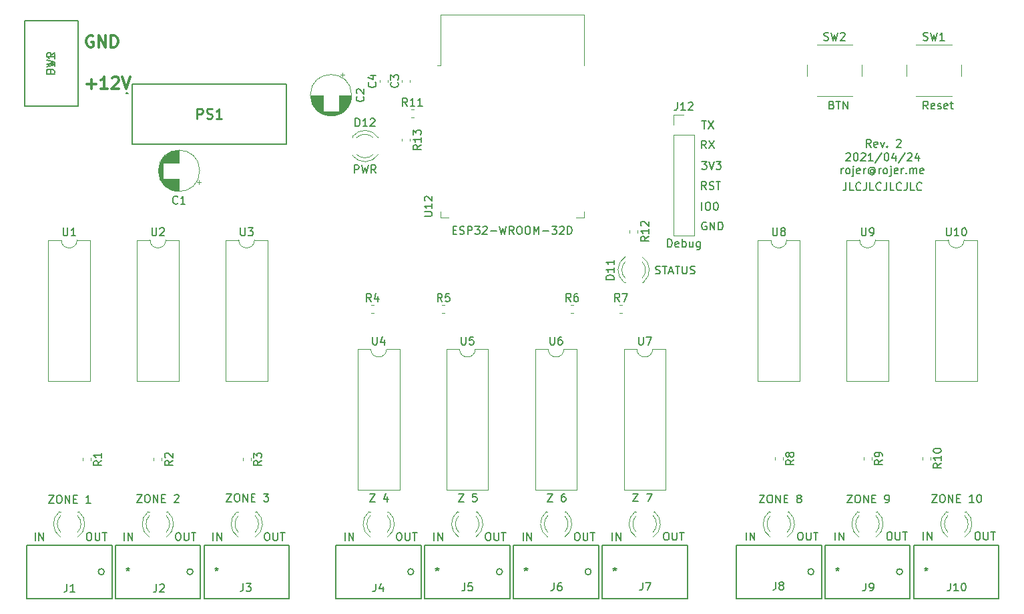
<source format=gbr>
G04 #@! TF.GenerationSoftware,KiCad,Pcbnew,5.1.5+dfsg1-2build2*
G04 #@! TF.CreationDate,2021-04-24T23:58:55+01:00*
G04 #@! TF.ProjectId,alarm_sensors,616c6172-6d5f-4736-956e-736f72732e6b,rev?*
G04 #@! TF.SameCoordinates,Original*
G04 #@! TF.FileFunction,Legend,Top*
G04 #@! TF.FilePolarity,Positive*
%FSLAX46Y46*%
G04 Gerber Fmt 4.6, Leading zero omitted, Abs format (unit mm)*
G04 Created by KiCad (PCBNEW 5.1.5+dfsg1-2build2) date 2021-04-24 23:58:55*
%MOMM*%
%LPD*%
G04 APERTURE LIST*
%ADD10C,0.150000*%
%ADD11C,0.300000*%
%ADD12C,0.152400*%
%ADD13C,0.200000*%
%ADD14C,0.120000*%
%ADD15C,0.254000*%
G04 APERTURE END LIST*
D10*
X184234314Y-80258180D02*
X184234314Y-79591514D01*
X184234314Y-79781990D02*
X184281933Y-79686752D01*
X184329552Y-79639133D01*
X184424790Y-79591514D01*
X184520028Y-79591514D01*
X184996219Y-80258180D02*
X184900980Y-80210561D01*
X184853361Y-80162942D01*
X184805742Y-80067704D01*
X184805742Y-79781990D01*
X184853361Y-79686752D01*
X184900980Y-79639133D01*
X184996219Y-79591514D01*
X185139076Y-79591514D01*
X185234314Y-79639133D01*
X185281933Y-79686752D01*
X185329552Y-79781990D01*
X185329552Y-80067704D01*
X185281933Y-80162942D01*
X185234314Y-80210561D01*
X185139076Y-80258180D01*
X184996219Y-80258180D01*
X185758123Y-79591514D02*
X185758123Y-80448657D01*
X185710504Y-80543895D01*
X185615266Y-80591514D01*
X185567647Y-80591514D01*
X185758123Y-79258180D02*
X185710504Y-79305800D01*
X185758123Y-79353419D01*
X185805742Y-79305800D01*
X185758123Y-79258180D01*
X185758123Y-79353419D01*
X186615266Y-80210561D02*
X186520028Y-80258180D01*
X186329552Y-80258180D01*
X186234314Y-80210561D01*
X186186695Y-80115323D01*
X186186695Y-79734371D01*
X186234314Y-79639133D01*
X186329552Y-79591514D01*
X186520028Y-79591514D01*
X186615266Y-79639133D01*
X186662885Y-79734371D01*
X186662885Y-79829609D01*
X186186695Y-79924847D01*
X187091457Y-80258180D02*
X187091457Y-79591514D01*
X187091457Y-79781990D02*
X187139076Y-79686752D01*
X187186695Y-79639133D01*
X187281933Y-79591514D01*
X187377171Y-79591514D01*
X188329552Y-79781990D02*
X188281933Y-79734371D01*
X188186695Y-79686752D01*
X188091457Y-79686752D01*
X187996219Y-79734371D01*
X187948600Y-79781990D01*
X187900980Y-79877228D01*
X187900980Y-79972466D01*
X187948600Y-80067704D01*
X187996219Y-80115323D01*
X188091457Y-80162942D01*
X188186695Y-80162942D01*
X188281933Y-80115323D01*
X188329552Y-80067704D01*
X188329552Y-79686752D02*
X188329552Y-80067704D01*
X188377171Y-80115323D01*
X188424790Y-80115323D01*
X188520028Y-80067704D01*
X188567647Y-79972466D01*
X188567647Y-79734371D01*
X188472409Y-79591514D01*
X188329552Y-79496276D01*
X188139076Y-79448657D01*
X187948600Y-79496276D01*
X187805742Y-79591514D01*
X187710504Y-79734371D01*
X187662885Y-79924847D01*
X187710504Y-80115323D01*
X187805742Y-80258180D01*
X187948600Y-80353419D01*
X188139076Y-80401038D01*
X188329552Y-80353419D01*
X188472409Y-80258180D01*
X188996219Y-80258180D02*
X188996219Y-79591514D01*
X188996219Y-79781990D02*
X189043838Y-79686752D01*
X189091457Y-79639133D01*
X189186695Y-79591514D01*
X189281933Y-79591514D01*
X189758123Y-80258180D02*
X189662885Y-80210561D01*
X189615266Y-80162942D01*
X189567647Y-80067704D01*
X189567647Y-79781990D01*
X189615266Y-79686752D01*
X189662885Y-79639133D01*
X189758123Y-79591514D01*
X189900980Y-79591514D01*
X189996219Y-79639133D01*
X190043838Y-79686752D01*
X190091457Y-79781990D01*
X190091457Y-80067704D01*
X190043838Y-80162942D01*
X189996219Y-80210561D01*
X189900980Y-80258180D01*
X189758123Y-80258180D01*
X190520028Y-79591514D02*
X190520028Y-80448657D01*
X190472409Y-80543895D01*
X190377171Y-80591514D01*
X190329552Y-80591514D01*
X190520028Y-79258180D02*
X190472409Y-79305800D01*
X190520028Y-79353419D01*
X190567647Y-79305800D01*
X190520028Y-79258180D01*
X190520028Y-79353419D01*
X191377171Y-80210561D02*
X191281933Y-80258180D01*
X191091457Y-80258180D01*
X190996219Y-80210561D01*
X190948600Y-80115323D01*
X190948600Y-79734371D01*
X190996219Y-79639133D01*
X191091457Y-79591514D01*
X191281933Y-79591514D01*
X191377171Y-79639133D01*
X191424790Y-79734371D01*
X191424790Y-79829609D01*
X190948600Y-79924847D01*
X191853361Y-80258180D02*
X191853361Y-79591514D01*
X191853361Y-79781990D02*
X191900980Y-79686752D01*
X191948600Y-79639133D01*
X192043838Y-79591514D01*
X192139076Y-79591514D01*
X192472409Y-80162942D02*
X192520028Y-80210561D01*
X192472409Y-80258180D01*
X192424790Y-80210561D01*
X192472409Y-80162942D01*
X192472409Y-80258180D01*
X192948600Y-80258180D02*
X192948600Y-79591514D01*
X192948600Y-79686752D02*
X192996219Y-79639133D01*
X193091457Y-79591514D01*
X193234314Y-79591514D01*
X193329552Y-79639133D01*
X193377171Y-79734371D01*
X193377171Y-80258180D01*
X193377171Y-79734371D02*
X193424790Y-79639133D01*
X193520028Y-79591514D01*
X193662885Y-79591514D01*
X193758123Y-79639133D01*
X193805742Y-79734371D01*
X193805742Y-80258180D01*
X194662885Y-80210561D02*
X194567647Y-80258180D01*
X194377171Y-80258180D01*
X194281933Y-80210561D01*
X194234314Y-80115323D01*
X194234314Y-79734371D01*
X194281933Y-79639133D01*
X194377171Y-79591514D01*
X194567647Y-79591514D01*
X194662885Y-79639133D01*
X194710504Y-79734371D01*
X194710504Y-79829609D01*
X194234314Y-79924847D01*
X201428000Y-125714780D02*
X201618476Y-125714780D01*
X201713714Y-125762400D01*
X201808952Y-125857638D01*
X201856571Y-126048114D01*
X201856571Y-126381447D01*
X201808952Y-126571923D01*
X201713714Y-126667161D01*
X201618476Y-126714780D01*
X201428000Y-126714780D01*
X201332761Y-126667161D01*
X201237523Y-126571923D01*
X201189904Y-126381447D01*
X201189904Y-126048114D01*
X201237523Y-125857638D01*
X201332761Y-125762400D01*
X201428000Y-125714780D01*
X202285142Y-125714780D02*
X202285142Y-126524304D01*
X202332761Y-126619542D01*
X202380380Y-126667161D01*
X202475619Y-126714780D01*
X202666095Y-126714780D01*
X202761333Y-126667161D01*
X202808952Y-126619542D01*
X202856571Y-126524304D01*
X202856571Y-125714780D01*
X203189904Y-125714780D02*
X203761333Y-125714780D01*
X203475619Y-126714780D02*
X203475619Y-125714780D01*
X194665190Y-126727480D02*
X194665190Y-125727480D01*
X195141380Y-126727480D02*
X195141380Y-125727480D01*
X195712809Y-126727480D01*
X195712809Y-125727480D01*
X190252000Y-125727480D02*
X190442476Y-125727480D01*
X190537714Y-125775100D01*
X190632952Y-125870338D01*
X190680571Y-126060814D01*
X190680571Y-126394147D01*
X190632952Y-126584623D01*
X190537714Y-126679861D01*
X190442476Y-126727480D01*
X190252000Y-126727480D01*
X190156761Y-126679861D01*
X190061523Y-126584623D01*
X190013904Y-126394147D01*
X190013904Y-126060814D01*
X190061523Y-125870338D01*
X190156761Y-125775100D01*
X190252000Y-125727480D01*
X191109142Y-125727480D02*
X191109142Y-126537004D01*
X191156761Y-126632242D01*
X191204380Y-126679861D01*
X191299619Y-126727480D01*
X191490095Y-126727480D01*
X191585333Y-126679861D01*
X191632952Y-126632242D01*
X191680571Y-126537004D01*
X191680571Y-125727480D01*
X192013904Y-125727480D02*
X192585333Y-125727480D01*
X192299619Y-126727480D02*
X192299619Y-125727480D01*
X183489190Y-126740180D02*
X183489190Y-125740180D01*
X183965380Y-126740180D02*
X183965380Y-125740180D01*
X184536809Y-126740180D01*
X184536809Y-125740180D01*
X178949000Y-125740180D02*
X179139476Y-125740180D01*
X179234714Y-125787800D01*
X179329952Y-125883038D01*
X179377571Y-126073514D01*
X179377571Y-126406847D01*
X179329952Y-126597323D01*
X179234714Y-126692561D01*
X179139476Y-126740180D01*
X178949000Y-126740180D01*
X178853761Y-126692561D01*
X178758523Y-126597323D01*
X178710904Y-126406847D01*
X178710904Y-126073514D01*
X178758523Y-125883038D01*
X178853761Y-125787800D01*
X178949000Y-125740180D01*
X179806142Y-125740180D02*
X179806142Y-126549704D01*
X179853761Y-126644942D01*
X179901380Y-126692561D01*
X179996619Y-126740180D01*
X180187095Y-126740180D01*
X180282333Y-126692561D01*
X180329952Y-126644942D01*
X180377571Y-126549704D01*
X180377571Y-125740180D01*
X180710904Y-125740180D02*
X181282333Y-125740180D01*
X180996619Y-126740180D02*
X180996619Y-125740180D01*
X172186190Y-126752880D02*
X172186190Y-125752880D01*
X172662380Y-126752880D02*
X172662380Y-125752880D01*
X173233809Y-126752880D01*
X173233809Y-125752880D01*
X155180890Y-126765580D02*
X155180890Y-125765580D01*
X155657080Y-126765580D02*
X155657080Y-125765580D01*
X156228509Y-126765580D01*
X156228509Y-125765580D01*
X161943700Y-125752880D02*
X162134176Y-125752880D01*
X162229414Y-125800500D01*
X162324652Y-125895738D01*
X162372271Y-126086214D01*
X162372271Y-126419547D01*
X162324652Y-126610023D01*
X162229414Y-126705261D01*
X162134176Y-126752880D01*
X161943700Y-126752880D01*
X161848461Y-126705261D01*
X161753223Y-126610023D01*
X161705604Y-126419547D01*
X161705604Y-126086214D01*
X161753223Y-125895738D01*
X161848461Y-125800500D01*
X161943700Y-125752880D01*
X162800842Y-125752880D02*
X162800842Y-126562404D01*
X162848461Y-126657642D01*
X162896080Y-126705261D01*
X162991319Y-126752880D01*
X163181795Y-126752880D01*
X163277033Y-126705261D01*
X163324652Y-126657642D01*
X163372271Y-126562404D01*
X163372271Y-125752880D01*
X163705604Y-125752880D02*
X164277033Y-125752880D01*
X163991319Y-126752880D02*
X163991319Y-125752880D01*
X150640700Y-125778280D02*
X150831176Y-125778280D01*
X150926414Y-125825900D01*
X151021652Y-125921138D01*
X151069271Y-126111614D01*
X151069271Y-126444947D01*
X151021652Y-126635423D01*
X150926414Y-126730661D01*
X150831176Y-126778280D01*
X150640700Y-126778280D01*
X150545461Y-126730661D01*
X150450223Y-126635423D01*
X150402604Y-126444947D01*
X150402604Y-126111614D01*
X150450223Y-125921138D01*
X150545461Y-125825900D01*
X150640700Y-125778280D01*
X151497842Y-125778280D02*
X151497842Y-126587804D01*
X151545461Y-126683042D01*
X151593080Y-126730661D01*
X151688319Y-126778280D01*
X151878795Y-126778280D01*
X151974033Y-126730661D01*
X152021652Y-126683042D01*
X152069271Y-126587804D01*
X152069271Y-125778280D01*
X152402604Y-125778280D02*
X152974033Y-125778280D01*
X152688319Y-126778280D02*
X152688319Y-125778280D01*
X143877890Y-126790980D02*
X143877890Y-125790980D01*
X144354080Y-126790980D02*
X144354080Y-125790980D01*
X144925509Y-126790980D01*
X144925509Y-125790980D01*
X139363100Y-125778280D02*
X139553576Y-125778280D01*
X139648814Y-125825900D01*
X139744052Y-125921138D01*
X139791671Y-126111614D01*
X139791671Y-126444947D01*
X139744052Y-126635423D01*
X139648814Y-126730661D01*
X139553576Y-126778280D01*
X139363100Y-126778280D01*
X139267861Y-126730661D01*
X139172623Y-126635423D01*
X139125004Y-126444947D01*
X139125004Y-126111614D01*
X139172623Y-125921138D01*
X139267861Y-125825900D01*
X139363100Y-125778280D01*
X140220242Y-125778280D02*
X140220242Y-126587804D01*
X140267861Y-126683042D01*
X140315480Y-126730661D01*
X140410719Y-126778280D01*
X140601195Y-126778280D01*
X140696433Y-126730661D01*
X140744052Y-126683042D01*
X140791671Y-126587804D01*
X140791671Y-125778280D01*
X141125004Y-125778280D02*
X141696433Y-125778280D01*
X141410719Y-126778280D02*
X141410719Y-125778280D01*
X132600290Y-126790980D02*
X132600290Y-125790980D01*
X133076480Y-126790980D02*
X133076480Y-125790980D01*
X133647909Y-126790980D01*
X133647909Y-125790980D01*
X121309990Y-126790980D02*
X121309990Y-125790980D01*
X121786180Y-126790980D02*
X121786180Y-125790980D01*
X122357609Y-126790980D01*
X122357609Y-125790980D01*
X128072800Y-125778280D02*
X128263276Y-125778280D01*
X128358514Y-125825900D01*
X128453752Y-125921138D01*
X128501371Y-126111614D01*
X128501371Y-126444947D01*
X128453752Y-126635423D01*
X128358514Y-126730661D01*
X128263276Y-126778280D01*
X128072800Y-126778280D01*
X127977561Y-126730661D01*
X127882323Y-126635423D01*
X127834704Y-126444947D01*
X127834704Y-126111614D01*
X127882323Y-125921138D01*
X127977561Y-125825900D01*
X128072800Y-125778280D01*
X128929942Y-125778280D02*
X128929942Y-126587804D01*
X128977561Y-126683042D01*
X129025180Y-126730661D01*
X129120419Y-126778280D01*
X129310895Y-126778280D01*
X129406133Y-126730661D01*
X129453752Y-126683042D01*
X129501371Y-126587804D01*
X129501371Y-125778280D01*
X129834704Y-125778280D02*
X130406133Y-125778280D01*
X130120419Y-126778280D02*
X130120419Y-125778280D01*
X111321500Y-125778280D02*
X111511976Y-125778280D01*
X111607214Y-125825900D01*
X111702452Y-125921138D01*
X111750071Y-126111614D01*
X111750071Y-126444947D01*
X111702452Y-126635423D01*
X111607214Y-126730661D01*
X111511976Y-126778280D01*
X111321500Y-126778280D01*
X111226261Y-126730661D01*
X111131023Y-126635423D01*
X111083404Y-126444947D01*
X111083404Y-126111614D01*
X111131023Y-125921138D01*
X111226261Y-125825900D01*
X111321500Y-125778280D01*
X112178642Y-125778280D02*
X112178642Y-126587804D01*
X112226261Y-126683042D01*
X112273880Y-126730661D01*
X112369119Y-126778280D01*
X112559595Y-126778280D01*
X112654833Y-126730661D01*
X112702452Y-126683042D01*
X112750071Y-126587804D01*
X112750071Y-125778280D01*
X113083404Y-125778280D02*
X113654833Y-125778280D01*
X113369119Y-126778280D02*
X113369119Y-125778280D01*
X104558690Y-126790980D02*
X104558690Y-125790980D01*
X105034880Y-126790980D02*
X105034880Y-125790980D01*
X105606309Y-126790980D01*
X105606309Y-125790980D01*
X93268390Y-126790980D02*
X93268390Y-125790980D01*
X93744580Y-126790980D02*
X93744580Y-125790980D01*
X94316009Y-126790980D01*
X94316009Y-125790980D01*
X100031200Y-125778280D02*
X100221676Y-125778280D01*
X100316914Y-125825900D01*
X100412152Y-125921138D01*
X100459771Y-126111614D01*
X100459771Y-126444947D01*
X100412152Y-126635423D01*
X100316914Y-126730661D01*
X100221676Y-126778280D01*
X100031200Y-126778280D01*
X99935961Y-126730661D01*
X99840723Y-126635423D01*
X99793104Y-126444947D01*
X99793104Y-126111614D01*
X99840723Y-125921138D01*
X99935961Y-125825900D01*
X100031200Y-125778280D01*
X100888342Y-125778280D02*
X100888342Y-126587804D01*
X100935961Y-126683042D01*
X100983580Y-126730661D01*
X101078819Y-126778280D01*
X101269295Y-126778280D01*
X101364533Y-126730661D01*
X101412152Y-126683042D01*
X101459771Y-126587804D01*
X101459771Y-125778280D01*
X101793104Y-125778280D02*
X102364533Y-125778280D01*
X102078819Y-126778280D02*
X102078819Y-125778280D01*
X88740900Y-125778280D02*
X88931376Y-125778280D01*
X89026614Y-125825900D01*
X89121852Y-125921138D01*
X89169471Y-126111614D01*
X89169471Y-126444947D01*
X89121852Y-126635423D01*
X89026614Y-126730661D01*
X88931376Y-126778280D01*
X88740900Y-126778280D01*
X88645661Y-126730661D01*
X88550423Y-126635423D01*
X88502804Y-126444947D01*
X88502804Y-126111614D01*
X88550423Y-125921138D01*
X88645661Y-125825900D01*
X88740900Y-125778280D01*
X89598042Y-125778280D02*
X89598042Y-126587804D01*
X89645661Y-126683042D01*
X89693280Y-126730661D01*
X89788519Y-126778280D01*
X89978995Y-126778280D01*
X90074233Y-126730661D01*
X90121852Y-126683042D01*
X90169471Y-126587804D01*
X90169471Y-125778280D01*
X90502804Y-125778280D02*
X91074233Y-125778280D01*
X90788519Y-126778280D02*
X90788519Y-125778280D01*
X81978090Y-126790980D02*
X81978090Y-125790980D01*
X82454280Y-126790980D02*
X82454280Y-125790980D01*
X83025709Y-126790980D01*
X83025709Y-125790980D01*
X166531604Y-78699380D02*
X167150652Y-78699380D01*
X166817319Y-79080333D01*
X166960176Y-79080333D01*
X167055414Y-79127952D01*
X167103033Y-79175571D01*
X167150652Y-79270809D01*
X167150652Y-79508904D01*
X167103033Y-79604142D01*
X167055414Y-79651761D01*
X166960176Y-79699380D01*
X166674461Y-79699380D01*
X166579223Y-79651761D01*
X166531604Y-79604142D01*
X167436366Y-78699380D02*
X167769700Y-79699380D01*
X168103033Y-78699380D01*
X168341128Y-78699380D02*
X168960176Y-78699380D01*
X168626842Y-79080333D01*
X168769700Y-79080333D01*
X168864938Y-79127952D01*
X168912557Y-79175571D01*
X168960176Y-79270809D01*
X168960176Y-79508904D01*
X168912557Y-79604142D01*
X168864938Y-79651761D01*
X168769700Y-79699380D01*
X168483985Y-79699380D01*
X168388747Y-79651761D01*
X168341128Y-79604142D01*
X167109395Y-86430500D02*
X167014157Y-86382880D01*
X166871300Y-86382880D01*
X166728442Y-86430500D01*
X166633204Y-86525738D01*
X166585585Y-86620976D01*
X166537966Y-86811452D01*
X166537966Y-86954309D01*
X166585585Y-87144785D01*
X166633204Y-87240023D01*
X166728442Y-87335261D01*
X166871300Y-87382880D01*
X166966538Y-87382880D01*
X167109395Y-87335261D01*
X167157014Y-87287642D01*
X167157014Y-86954309D01*
X166966538Y-86954309D01*
X167585585Y-87382880D02*
X167585585Y-86382880D01*
X168157014Y-87382880D01*
X168157014Y-86382880D01*
X168633204Y-87382880D02*
X168633204Y-86382880D01*
X168871300Y-86382880D01*
X169014157Y-86430500D01*
X169109395Y-86525738D01*
X169157014Y-86620976D01*
X169204633Y-86811452D01*
X169204633Y-86954309D01*
X169157014Y-87144785D01*
X169109395Y-87240023D01*
X169014157Y-87335261D01*
X168871300Y-87382880D01*
X168633204Y-87382880D01*
X166553800Y-84868280D02*
X166553800Y-83868280D01*
X167220466Y-83868280D02*
X167410942Y-83868280D01*
X167506180Y-83915900D01*
X167601419Y-84011138D01*
X167649038Y-84201614D01*
X167649038Y-84534947D01*
X167601419Y-84725423D01*
X167506180Y-84820661D01*
X167410942Y-84868280D01*
X167220466Y-84868280D01*
X167125228Y-84820661D01*
X167029990Y-84725423D01*
X166982371Y-84534947D01*
X166982371Y-84201614D01*
X167029990Y-84011138D01*
X167125228Y-83915900D01*
X167220466Y-83868280D01*
X168268085Y-83868280D02*
X168363323Y-83868280D01*
X168458561Y-83915900D01*
X168506180Y-83963519D01*
X168553800Y-84058757D01*
X168601419Y-84249233D01*
X168601419Y-84487328D01*
X168553800Y-84677804D01*
X168506180Y-84773042D01*
X168458561Y-84820661D01*
X168363323Y-84868280D01*
X168268085Y-84868280D01*
X168172847Y-84820661D01*
X168125228Y-84773042D01*
X168077609Y-84677804D01*
X168029990Y-84487328D01*
X168029990Y-84249233D01*
X168077609Y-84058757D01*
X168125228Y-83963519D01*
X168172847Y-83915900D01*
X168268085Y-83868280D01*
X167107780Y-82252080D02*
X166774447Y-81775890D01*
X166536352Y-82252080D02*
X166536352Y-81252080D01*
X166917304Y-81252080D01*
X167012542Y-81299700D01*
X167060161Y-81347319D01*
X167107780Y-81442557D01*
X167107780Y-81585414D01*
X167060161Y-81680652D01*
X167012542Y-81728271D01*
X166917304Y-81775890D01*
X166536352Y-81775890D01*
X167488733Y-82204461D02*
X167631590Y-82252080D01*
X167869685Y-82252080D01*
X167964923Y-82204461D01*
X168012542Y-82156842D01*
X168060161Y-82061604D01*
X168060161Y-81966366D01*
X168012542Y-81871128D01*
X167964923Y-81823509D01*
X167869685Y-81775890D01*
X167679209Y-81728271D01*
X167583971Y-81680652D01*
X167536352Y-81633033D01*
X167488733Y-81537795D01*
X167488733Y-81442557D01*
X167536352Y-81347319D01*
X167583971Y-81299700D01*
X167679209Y-81252080D01*
X167917304Y-81252080D01*
X168060161Y-81299700D01*
X168345876Y-81252080D02*
X168917304Y-81252080D01*
X168631590Y-82252080D02*
X168631590Y-81252080D01*
X167107733Y-77045080D02*
X166774400Y-76568890D01*
X166536304Y-77045080D02*
X166536304Y-76045080D01*
X166917257Y-76045080D01*
X167012495Y-76092700D01*
X167060114Y-76140319D01*
X167107733Y-76235557D01*
X167107733Y-76378414D01*
X167060114Y-76473652D01*
X167012495Y-76521271D01*
X166917257Y-76568890D01*
X166536304Y-76568890D01*
X167441066Y-76045080D02*
X168107733Y-77045080D01*
X168107733Y-76045080D02*
X167441066Y-77045080D01*
X166537895Y-73581280D02*
X167109323Y-73581280D01*
X166823609Y-74581280D02*
X166823609Y-73581280D01*
X167347419Y-73581280D02*
X168014085Y-74581280D01*
X168014085Y-73581280D02*
X167347419Y-74581280D01*
D11*
X88545842Y-68902042D02*
X89688700Y-68902042D01*
X89117271Y-69473471D02*
X89117271Y-68330614D01*
X91188700Y-69473471D02*
X90331557Y-69473471D01*
X90760128Y-69473471D02*
X90760128Y-67973471D01*
X90617271Y-68187757D01*
X90474414Y-68330614D01*
X90331557Y-68402042D01*
X91760128Y-68116328D02*
X91831557Y-68044900D01*
X91974414Y-67973471D01*
X92331557Y-67973471D01*
X92474414Y-68044900D01*
X92545842Y-68116328D01*
X92617271Y-68259185D01*
X92617271Y-68402042D01*
X92545842Y-68616328D01*
X91688700Y-69473471D01*
X92617271Y-69473471D01*
X93045842Y-67973471D02*
X93545842Y-69473471D01*
X94045842Y-67973471D01*
X89334642Y-62774400D02*
X89191785Y-62702971D01*
X88977500Y-62702971D01*
X88763214Y-62774400D01*
X88620357Y-62917257D01*
X88548928Y-63060114D01*
X88477500Y-63345828D01*
X88477500Y-63560114D01*
X88548928Y-63845828D01*
X88620357Y-63988685D01*
X88763214Y-64131542D01*
X88977500Y-64202971D01*
X89120357Y-64202971D01*
X89334642Y-64131542D01*
X89406071Y-64060114D01*
X89406071Y-63560114D01*
X89120357Y-63560114D01*
X90048928Y-64202971D02*
X90048928Y-62702971D01*
X90906071Y-64202971D01*
X90906071Y-62702971D01*
X91620357Y-64202971D02*
X91620357Y-62702971D01*
X91977500Y-62702971D01*
X92191785Y-62774400D01*
X92334642Y-62917257D01*
X92406071Y-63060114D01*
X92477500Y-63345828D01*
X92477500Y-63560114D01*
X92406071Y-63845828D01*
X92334642Y-63988685D01*
X92191785Y-64131542D01*
X91977500Y-64202971D01*
X91620357Y-64202971D01*
D10*
X184842252Y-81366380D02*
X184842252Y-82080666D01*
X184794633Y-82223523D01*
X184699395Y-82318761D01*
X184556538Y-82366380D01*
X184461300Y-82366380D01*
X185794633Y-82366380D02*
X185318442Y-82366380D01*
X185318442Y-81366380D01*
X186699395Y-82271142D02*
X186651776Y-82318761D01*
X186508919Y-82366380D01*
X186413680Y-82366380D01*
X186270823Y-82318761D01*
X186175585Y-82223523D01*
X186127966Y-82128285D01*
X186080347Y-81937809D01*
X186080347Y-81794952D01*
X186127966Y-81604476D01*
X186175585Y-81509238D01*
X186270823Y-81414000D01*
X186413680Y-81366380D01*
X186508919Y-81366380D01*
X186651776Y-81414000D01*
X186699395Y-81461619D01*
X187413680Y-81366380D02*
X187413680Y-82080666D01*
X187366061Y-82223523D01*
X187270823Y-82318761D01*
X187127966Y-82366380D01*
X187032728Y-82366380D01*
X188366061Y-82366380D02*
X187889871Y-82366380D01*
X187889871Y-81366380D01*
X189270823Y-82271142D02*
X189223204Y-82318761D01*
X189080347Y-82366380D01*
X188985109Y-82366380D01*
X188842252Y-82318761D01*
X188747014Y-82223523D01*
X188699395Y-82128285D01*
X188651776Y-81937809D01*
X188651776Y-81794952D01*
X188699395Y-81604476D01*
X188747014Y-81509238D01*
X188842252Y-81414000D01*
X188985109Y-81366380D01*
X189080347Y-81366380D01*
X189223204Y-81414000D01*
X189270823Y-81461619D01*
X189985109Y-81366380D02*
X189985109Y-82080666D01*
X189937490Y-82223523D01*
X189842252Y-82318761D01*
X189699395Y-82366380D01*
X189604157Y-82366380D01*
X190937490Y-82366380D02*
X190461300Y-82366380D01*
X190461300Y-81366380D01*
X191842252Y-82271142D02*
X191794633Y-82318761D01*
X191651776Y-82366380D01*
X191556538Y-82366380D01*
X191413680Y-82318761D01*
X191318442Y-82223523D01*
X191270823Y-82128285D01*
X191223204Y-81937809D01*
X191223204Y-81794952D01*
X191270823Y-81604476D01*
X191318442Y-81509238D01*
X191413680Y-81414000D01*
X191556538Y-81366380D01*
X191651776Y-81366380D01*
X191794633Y-81414000D01*
X191842252Y-81461619D01*
X192556538Y-81366380D02*
X192556538Y-82080666D01*
X192508919Y-82223523D01*
X192413680Y-82318761D01*
X192270823Y-82366380D01*
X192175585Y-82366380D01*
X193508919Y-82366380D02*
X193032728Y-82366380D01*
X193032728Y-81366380D01*
X194413680Y-82271142D02*
X194366061Y-82318761D01*
X194223204Y-82366380D01*
X194127966Y-82366380D01*
X193985109Y-82318761D01*
X193889871Y-82223523D01*
X193842252Y-82128285D01*
X193794633Y-81937809D01*
X193794633Y-81794952D01*
X193842252Y-81604476D01*
X193889871Y-81509238D01*
X193985109Y-81414000D01*
X194127966Y-81366380D01*
X194223204Y-81366380D01*
X194366061Y-81414000D01*
X194413680Y-81461619D01*
X184832733Y-77715119D02*
X184880352Y-77667500D01*
X184975590Y-77619880D01*
X185213685Y-77619880D01*
X185308923Y-77667500D01*
X185356542Y-77715119D01*
X185404161Y-77810357D01*
X185404161Y-77905595D01*
X185356542Y-78048452D01*
X184785114Y-78619880D01*
X185404161Y-78619880D01*
X186023209Y-77619880D02*
X186118447Y-77619880D01*
X186213685Y-77667500D01*
X186261304Y-77715119D01*
X186308923Y-77810357D01*
X186356542Y-78000833D01*
X186356542Y-78238928D01*
X186308923Y-78429404D01*
X186261304Y-78524642D01*
X186213685Y-78572261D01*
X186118447Y-78619880D01*
X186023209Y-78619880D01*
X185927971Y-78572261D01*
X185880352Y-78524642D01*
X185832733Y-78429404D01*
X185785114Y-78238928D01*
X185785114Y-78000833D01*
X185832733Y-77810357D01*
X185880352Y-77715119D01*
X185927971Y-77667500D01*
X186023209Y-77619880D01*
X186737495Y-77715119D02*
X186785114Y-77667500D01*
X186880352Y-77619880D01*
X187118447Y-77619880D01*
X187213685Y-77667500D01*
X187261304Y-77715119D01*
X187308923Y-77810357D01*
X187308923Y-77905595D01*
X187261304Y-78048452D01*
X186689876Y-78619880D01*
X187308923Y-78619880D01*
X188261304Y-78619880D02*
X187689876Y-78619880D01*
X187975590Y-78619880D02*
X187975590Y-77619880D01*
X187880352Y-77762738D01*
X187785114Y-77857976D01*
X187689876Y-77905595D01*
X189404161Y-77572261D02*
X188547019Y-78857976D01*
X189927971Y-77619880D02*
X190023209Y-77619880D01*
X190118447Y-77667500D01*
X190166066Y-77715119D01*
X190213685Y-77810357D01*
X190261304Y-78000833D01*
X190261304Y-78238928D01*
X190213685Y-78429404D01*
X190166066Y-78524642D01*
X190118447Y-78572261D01*
X190023209Y-78619880D01*
X189927971Y-78619880D01*
X189832733Y-78572261D01*
X189785114Y-78524642D01*
X189737495Y-78429404D01*
X189689876Y-78238928D01*
X189689876Y-78000833D01*
X189737495Y-77810357D01*
X189785114Y-77715119D01*
X189832733Y-77667500D01*
X189927971Y-77619880D01*
X191118447Y-77953214D02*
X191118447Y-78619880D01*
X190880352Y-77572261D02*
X190642257Y-78286547D01*
X191261304Y-78286547D01*
X192356542Y-77572261D02*
X191499400Y-78857976D01*
X192642257Y-77715119D02*
X192689876Y-77667500D01*
X192785114Y-77619880D01*
X193023209Y-77619880D01*
X193118447Y-77667500D01*
X193166066Y-77715119D01*
X193213685Y-77810357D01*
X193213685Y-77905595D01*
X193166066Y-78048452D01*
X192594638Y-78619880D01*
X193213685Y-78619880D01*
X194070828Y-77953214D02*
X194070828Y-78619880D01*
X193832733Y-77572261D02*
X193594638Y-78286547D01*
X194213685Y-78286547D01*
X188005761Y-76892680D02*
X187672428Y-76416490D01*
X187434333Y-76892680D02*
X187434333Y-75892680D01*
X187815285Y-75892680D01*
X187910523Y-75940300D01*
X187958142Y-75987919D01*
X188005761Y-76083157D01*
X188005761Y-76226014D01*
X187958142Y-76321252D01*
X187910523Y-76368871D01*
X187815285Y-76416490D01*
X187434333Y-76416490D01*
X188815285Y-76845061D02*
X188720047Y-76892680D01*
X188529571Y-76892680D01*
X188434333Y-76845061D01*
X188386714Y-76749823D01*
X188386714Y-76368871D01*
X188434333Y-76273633D01*
X188529571Y-76226014D01*
X188720047Y-76226014D01*
X188815285Y-76273633D01*
X188862904Y-76368871D01*
X188862904Y-76464109D01*
X188386714Y-76559347D01*
X189196238Y-76226014D02*
X189434333Y-76892680D01*
X189672428Y-76226014D01*
X190053380Y-76797442D02*
X190101000Y-76845061D01*
X190053380Y-76892680D01*
X190005761Y-76845061D01*
X190053380Y-76797442D01*
X190053380Y-76892680D01*
X191243857Y-75987919D02*
X191291476Y-75940300D01*
X191386714Y-75892680D01*
X191624809Y-75892680D01*
X191720047Y-75940300D01*
X191767666Y-75987919D01*
X191815285Y-76083157D01*
X191815285Y-76178395D01*
X191767666Y-76321252D01*
X191196238Y-76892680D01*
X191815285Y-76892680D01*
D12*
X92149800Y-134179399D02*
X102970200Y-134179399D01*
X102970200Y-134179399D02*
X102970200Y-127422999D01*
X102970200Y-127422999D02*
X92149800Y-127422999D01*
X92149800Y-127422999D02*
X92149800Y-134179399D01*
X90752800Y-130750000D02*
G75*
G03X90752800Y-130750000I-381000J0D01*
G01*
D13*
X93475100Y-70064900D02*
G75*
G02X93775100Y-70064900I150000J0D01*
G01*
X93575100Y-70064900D02*
G75*
G02X93675100Y-70064900I50000J0D01*
G01*
X93675100Y-70064900D02*
X93775100Y-70064900D01*
X93775100Y-70064900D02*
X93775100Y-70064900D01*
X93675100Y-70064900D02*
X93675100Y-70064900D01*
X94325100Y-68889900D02*
X94325100Y-76489900D01*
X113825100Y-68889900D02*
X94325100Y-68889900D01*
X113825100Y-76489900D02*
X113825100Y-68889900D01*
X94325100Y-76489900D02*
X113825100Y-76489900D01*
D14*
X128537400Y-75794921D02*
X128537400Y-76120479D01*
X129557400Y-75794921D02*
X129557400Y-76120479D01*
X122255000Y-77825100D02*
X122255000Y-77981100D01*
X122255000Y-75509100D02*
X122255000Y-75665100D01*
X124856130Y-77824937D02*
G75*
G02X122774039Y-77825100I-1041130J1079837D01*
G01*
X124856130Y-75665263D02*
G75*
G03X122774039Y-75665100I-1041130J-1079837D01*
G01*
X125487335Y-77823708D02*
G75*
G02X122255000Y-77980616I-1672335J1078608D01*
G01*
X125487335Y-75666492D02*
G75*
G03X122255000Y-75509584I-1672335J-1078608D01*
G01*
X162934500Y-72748100D02*
X164264500Y-72748100D01*
X162934500Y-74078100D02*
X162934500Y-72748100D01*
X162934500Y-75348100D02*
X165594500Y-75348100D01*
X165594500Y-75348100D02*
X165594500Y-88108100D01*
X162934500Y-75348100D02*
X162934500Y-88108100D01*
X162934500Y-88108100D02*
X165594500Y-88108100D01*
X201460000Y-88670000D02*
X199810000Y-88670000D01*
X201460000Y-106570000D02*
X201460000Y-88670000D01*
X196160000Y-106570000D02*
X201460000Y-106570000D01*
X196160000Y-88670000D02*
X196160000Y-106570000D01*
X197810000Y-88670000D02*
X196160000Y-88670000D01*
X199810000Y-88670000D02*
G75*
G02X197810000Y-88670000I-1000000J0D01*
G01*
X190210000Y-88670000D02*
X188560000Y-88670000D01*
X190210000Y-106570000D02*
X190210000Y-88670000D01*
X184910000Y-106570000D02*
X190210000Y-106570000D01*
X184910000Y-88670000D02*
X184910000Y-106570000D01*
X186560000Y-88670000D02*
X184910000Y-88670000D01*
X188560000Y-88670000D02*
G75*
G02X186560000Y-88670000I-1000000J0D01*
G01*
X178960000Y-88670000D02*
X177310000Y-88670000D01*
X178960000Y-106570000D02*
X178960000Y-88670000D01*
X173660000Y-106570000D02*
X178960000Y-106570000D01*
X173660000Y-88670000D02*
X173660000Y-106570000D01*
X175310000Y-88670000D02*
X173660000Y-88670000D01*
X177310000Y-88670000D02*
G75*
G02X175310000Y-88670000I-1000000J0D01*
G01*
X160310000Y-102503700D02*
G75*
G02X158310000Y-102503700I-1000000J0D01*
G01*
X158310000Y-102503700D02*
X156660000Y-102503700D01*
X156660000Y-102503700D02*
X156660000Y-120403700D01*
X156660000Y-120403700D02*
X161960000Y-120403700D01*
X161960000Y-120403700D02*
X161960000Y-102503700D01*
X161960000Y-102503700D02*
X160310000Y-102503700D01*
X149060000Y-102503700D02*
G75*
G02X147060000Y-102503700I-1000000J0D01*
G01*
X147060000Y-102503700D02*
X145410000Y-102503700D01*
X145410000Y-102503700D02*
X145410000Y-120403700D01*
X145410000Y-120403700D02*
X150710000Y-120403700D01*
X150710000Y-120403700D02*
X150710000Y-102503700D01*
X150710000Y-102503700D02*
X149060000Y-102503700D01*
X137810000Y-102503700D02*
G75*
G02X135810000Y-102503700I-1000000J0D01*
G01*
X135810000Y-102503700D02*
X134160000Y-102503700D01*
X134160000Y-102503700D02*
X134160000Y-120403700D01*
X134160000Y-120403700D02*
X139460000Y-120403700D01*
X139460000Y-120403700D02*
X139460000Y-102503700D01*
X139460000Y-102503700D02*
X137810000Y-102503700D01*
X126560000Y-102503700D02*
G75*
G02X124560000Y-102503700I-1000000J0D01*
G01*
X124560000Y-102503700D02*
X122910000Y-102503700D01*
X122910000Y-102503700D02*
X122910000Y-120403700D01*
X122910000Y-120403700D02*
X128210000Y-120403700D01*
X128210000Y-120403700D02*
X128210000Y-102503700D01*
X128210000Y-102503700D02*
X126560000Y-102503700D01*
X111460000Y-88670000D02*
X109810000Y-88670000D01*
X111460000Y-106570000D02*
X111460000Y-88670000D01*
X106160000Y-106570000D02*
X111460000Y-106570000D01*
X106160000Y-88670000D02*
X106160000Y-106570000D01*
X107810000Y-88670000D02*
X106160000Y-88670000D01*
X109810000Y-88670000D02*
G75*
G02X107810000Y-88670000I-1000000J0D01*
G01*
X100210000Y-88670000D02*
X98560000Y-88670000D01*
X100210000Y-106570000D02*
X100210000Y-88670000D01*
X94910000Y-106570000D02*
X100210000Y-106570000D01*
X94910000Y-88670000D02*
X94910000Y-106570000D01*
X96560000Y-88670000D02*
X94910000Y-88670000D01*
X98560000Y-88670000D02*
G75*
G02X96560000Y-88670000I-1000000J0D01*
G01*
X88960000Y-88670000D02*
X87310000Y-88670000D01*
X88960000Y-106570000D02*
X88960000Y-88670000D01*
X83660000Y-106570000D02*
X88960000Y-106570000D01*
X83660000Y-88670000D02*
X83660000Y-106570000D01*
X85310000Y-88670000D02*
X83660000Y-88670000D01*
X87310000Y-88670000D02*
G75*
G02X85310000Y-88670000I-1000000J0D01*
G01*
D12*
X170899800Y-134179399D02*
X181720200Y-134179399D01*
X181720200Y-134179399D02*
X181720200Y-127422999D01*
X181720200Y-127422999D02*
X170899800Y-127422999D01*
X170899800Y-127422999D02*
X170899800Y-134179399D01*
X87455299Y-71665100D02*
X87455299Y-60844700D01*
X87455299Y-60844700D02*
X80698899Y-60844700D01*
X80698899Y-60844700D02*
X80698899Y-71665100D01*
X80698899Y-71665100D02*
X87455299Y-71665100D01*
X120149800Y-127422999D02*
X120149800Y-134179399D01*
X130970200Y-127422999D02*
X120149800Y-127422999D01*
X130970200Y-134179399D02*
X130970200Y-127422999D01*
X120149800Y-134179399D02*
X130970200Y-134179399D01*
X80899800Y-134179399D02*
X91720200Y-134179399D01*
X91720200Y-134179399D02*
X91720200Y-127422999D01*
X91720200Y-127422999D02*
X80899800Y-127422999D01*
X80899800Y-127422999D02*
X80899800Y-134179399D01*
D14*
X129672021Y-73153000D02*
X129997579Y-73153000D01*
X129672021Y-72133000D02*
X129997579Y-72133000D01*
X186876800Y-67896000D02*
X186876800Y-66396000D01*
X185626800Y-63896000D02*
X181126800Y-63896000D01*
X179876800Y-66396000D02*
X179876800Y-67896000D01*
X181126800Y-70396000D02*
X185626800Y-70396000D01*
X157391800Y-87402721D02*
X157391800Y-87728279D01*
X158411800Y-87402721D02*
X158411800Y-87728279D01*
X194501200Y-116193621D02*
X194501200Y-116519179D01*
X195521200Y-116193621D02*
X195521200Y-116519179D01*
X187059000Y-116219021D02*
X187059000Y-116544579D01*
X188079000Y-116219021D02*
X188079000Y-116544579D01*
X175819500Y-116231721D02*
X175819500Y-116557279D01*
X176839500Y-116231721D02*
X176839500Y-116557279D01*
X156113421Y-97943400D02*
X156438979Y-97943400D01*
X156113421Y-96923400D02*
X156438979Y-96923400D01*
X149941221Y-97943400D02*
X150266779Y-97943400D01*
X149941221Y-96923400D02*
X150266779Y-96923400D01*
X133621721Y-97956100D02*
X133947279Y-97956100D01*
X133621721Y-96936100D02*
X133947279Y-96936100D01*
X124617421Y-97956100D02*
X124942979Y-97956100D01*
X124617421Y-96936100D02*
X124942979Y-96936100D01*
X108331700Y-116307821D02*
X108331700Y-116633379D01*
X109351700Y-116307821D02*
X109351700Y-116633379D01*
X97041400Y-116320621D02*
X97041400Y-116646179D01*
X98061400Y-116320621D02*
X98061400Y-116646179D01*
X88024400Y-116333321D02*
X88024400Y-116658879D01*
X89044400Y-116333321D02*
X89044400Y-116658879D01*
X158981800Y-94027700D02*
X159137800Y-94027700D01*
X156665800Y-94027700D02*
X156821800Y-94027700D01*
X158981637Y-91426570D02*
G75*
G02X158981800Y-93508661I-1079837J-1041130D01*
G01*
X156821963Y-91426570D02*
G75*
G03X156821800Y-93508661I1079837J-1041130D01*
G01*
X158980408Y-90795365D02*
G75*
G02X159137316Y-94027700I-1078608J-1672335D01*
G01*
X156823192Y-90795365D02*
G75*
G03X156666284Y-94027700I1078608J-1672335D01*
G01*
X197741200Y-123127600D02*
X197585200Y-123127600D01*
X200057200Y-123127600D02*
X199901200Y-123127600D01*
X197741363Y-125728730D02*
G75*
G02X197741200Y-123646639I1079837J1041130D01*
G01*
X199901037Y-125728730D02*
G75*
G03X199901200Y-123646639I-1079837J1041130D01*
G01*
X197742592Y-126359935D02*
G75*
G02X197585684Y-123127600I1078608J1672335D01*
G01*
X199899808Y-126359935D02*
G75*
G03X200056716Y-123127600I-1078608J1672335D01*
G01*
X186476300Y-123127600D02*
X186320300Y-123127600D01*
X188792300Y-123127600D02*
X188636300Y-123127600D01*
X186476463Y-125728730D02*
G75*
G02X186476300Y-123646639I1079837J1041130D01*
G01*
X188636137Y-125728730D02*
G75*
G03X188636300Y-123646639I-1079837J1041130D01*
G01*
X186477692Y-126359935D02*
G75*
G02X186320784Y-123127600I1078608J1672335D01*
G01*
X188634908Y-126359935D02*
G75*
G03X188791816Y-123127600I-1078608J1672335D01*
G01*
X175236800Y-123127600D02*
X175080800Y-123127600D01*
X177552800Y-123127600D02*
X177396800Y-123127600D01*
X175236963Y-125728730D02*
G75*
G02X175236800Y-123646639I1079837J1041130D01*
G01*
X177396637Y-125728730D02*
G75*
G03X177396800Y-123646639I-1079837J1041130D01*
G01*
X175238192Y-126359935D02*
G75*
G02X175081284Y-123127600I1078608J1672335D01*
G01*
X177395408Y-126359935D02*
G75*
G03X177552316Y-123127600I-1078608J1672335D01*
G01*
X158218800Y-123127600D02*
X158062800Y-123127600D01*
X160534800Y-123127600D02*
X160378800Y-123127600D01*
X158218963Y-125728730D02*
G75*
G02X158218800Y-123646639I1079837J1041130D01*
G01*
X160378637Y-125728730D02*
G75*
G03X160378800Y-123646639I-1079837J1041130D01*
G01*
X158220192Y-126359935D02*
G75*
G02X158063284Y-123127600I1078608J1672335D01*
G01*
X160377408Y-126359935D02*
G75*
G03X160534316Y-123127600I-1078608J1672335D01*
G01*
X146992000Y-123127600D02*
X146836000Y-123127600D01*
X149308000Y-123127600D02*
X149152000Y-123127600D01*
X146992163Y-125728730D02*
G75*
G02X146992000Y-123646639I1079837J1041130D01*
G01*
X149151837Y-125728730D02*
G75*
G03X149152000Y-123646639I-1079837J1041130D01*
G01*
X146993392Y-126359935D02*
G75*
G02X146836484Y-123127600I1078608J1672335D01*
G01*
X149150608Y-126359935D02*
G75*
G03X149307516Y-123127600I-1078608J1672335D01*
G01*
X135714400Y-123127600D02*
X135558400Y-123127600D01*
X138030400Y-123127600D02*
X137874400Y-123127600D01*
X135714563Y-125728730D02*
G75*
G02X135714400Y-123646639I1079837J1041130D01*
G01*
X137874237Y-125728730D02*
G75*
G03X137874400Y-123646639I-1079837J1041130D01*
G01*
X135715792Y-126359935D02*
G75*
G02X135558884Y-123127600I1078608J1672335D01*
G01*
X137873008Y-126359935D02*
G75*
G03X138029916Y-123127600I-1078608J1672335D01*
G01*
X124487600Y-123127600D02*
X124331600Y-123127600D01*
X126803600Y-123127600D02*
X126647600Y-123127600D01*
X124487763Y-125728730D02*
G75*
G02X124487600Y-123646639I1079837J1041130D01*
G01*
X126647437Y-125728730D02*
G75*
G03X126647600Y-123646639I-1079837J1041130D01*
G01*
X124488992Y-126359935D02*
G75*
G02X124332084Y-123127600I1078608J1672335D01*
G01*
X126646208Y-126359935D02*
G75*
G03X126803116Y-123127600I-1078608J1672335D01*
G01*
X107749000Y-123127600D02*
X107593000Y-123127600D01*
X110065000Y-123127600D02*
X109909000Y-123127600D01*
X107749163Y-125728730D02*
G75*
G02X107749000Y-123646639I1079837J1041130D01*
G01*
X109908837Y-125728730D02*
G75*
G03X109909000Y-123646639I-1079837J1041130D01*
G01*
X107750392Y-126359935D02*
G75*
G02X107593484Y-123127600I1078608J1672335D01*
G01*
X109907608Y-126359935D02*
G75*
G03X110064516Y-123127600I-1078608J1672335D01*
G01*
X96471400Y-123127600D02*
X96315400Y-123127600D01*
X98787400Y-123127600D02*
X98631400Y-123127600D01*
X96471563Y-125728730D02*
G75*
G02X96471400Y-123646639I1079837J1041130D01*
G01*
X98631237Y-125728730D02*
G75*
G03X98631400Y-123646639I-1079837J1041130D01*
G01*
X96472792Y-126359935D02*
G75*
G02X96315884Y-123127600I1078608J1672335D01*
G01*
X98630008Y-126359935D02*
G75*
G03X98786916Y-123127600I-1078608J1672335D01*
G01*
X85219200Y-123127600D02*
X85063200Y-123127600D01*
X87535200Y-123127600D02*
X87379200Y-123127600D01*
X85219363Y-125728730D02*
G75*
G02X85219200Y-123646639I1079837J1041130D01*
G01*
X87379037Y-125728730D02*
G75*
G03X87379200Y-123646639I-1079837J1041130D01*
G01*
X85220592Y-126359935D02*
G75*
G02X85063684Y-123127600I1078608J1672335D01*
G01*
X87377808Y-126359935D02*
G75*
G03X87534716Y-123127600I-1078608J1672335D01*
G01*
X199475200Y-67896000D02*
X199475200Y-66396000D01*
X198225200Y-63896000D02*
X193725200Y-63896000D01*
X192475200Y-66396000D02*
X192475200Y-67896000D01*
X193725200Y-70396000D02*
X198225200Y-70396000D01*
X126712600Y-68665579D02*
X126712600Y-68340021D01*
X125692600Y-68665579D02*
X125692600Y-68340021D01*
X129557400Y-68665579D02*
X129557400Y-68340021D01*
X128537400Y-68665579D02*
X128537400Y-68340021D01*
D12*
X152502800Y-130750000D02*
G75*
G03X152502800Y-130750000I-381000J0D01*
G01*
X153899800Y-127422999D02*
X153899800Y-134179399D01*
X164720200Y-127422999D02*
X153899800Y-127422999D01*
X164720200Y-134179399D02*
X164720200Y-127422999D01*
X153899800Y-134179399D02*
X164720200Y-134179399D01*
X193399800Y-134179399D02*
X204220200Y-134179399D01*
X204220200Y-134179399D02*
X204220200Y-127422999D01*
X204220200Y-127422999D02*
X193399800Y-127422999D01*
X193399800Y-127422999D02*
X193399800Y-134179399D01*
X192002800Y-130750000D02*
G75*
G03X192002800Y-130750000I-381000J0D01*
G01*
X182149800Y-134179399D02*
X192970200Y-134179399D01*
X192970200Y-134179399D02*
X192970200Y-127422999D01*
X192970200Y-127422999D02*
X182149800Y-127422999D01*
X182149800Y-127422999D02*
X182149800Y-134179399D01*
X180752800Y-130750000D02*
G75*
G03X180752800Y-130750000I-381000J0D01*
G01*
X130002800Y-130750000D02*
G75*
G03X130002800Y-130750000I-381000J0D01*
G01*
X131399800Y-127422999D02*
X131399800Y-134179399D01*
X142220200Y-127422999D02*
X131399800Y-127422999D01*
X142220200Y-134179399D02*
X142220200Y-127422999D01*
X131399800Y-134179399D02*
X142220200Y-134179399D01*
X103399800Y-134179399D02*
X114220200Y-134179399D01*
X114220200Y-134179399D02*
X114220200Y-127422999D01*
X114220200Y-127422999D02*
X103399800Y-127422999D01*
X103399800Y-127422999D02*
X103399800Y-134179399D01*
X102002800Y-130750000D02*
G75*
G03X102002800Y-130750000I-381000J0D01*
G01*
X141252800Y-130750000D02*
G75*
G03X141252800Y-130750000I-381000J0D01*
G01*
X142649800Y-127422999D02*
X142649800Y-134179399D01*
X153470200Y-127422999D02*
X142649800Y-127422999D01*
X153470200Y-134179399D02*
X153470200Y-127422999D01*
X142649800Y-134179399D02*
X153470200Y-134179399D01*
D14*
X122129700Y-70290200D02*
G75*
G03X122129700Y-70290200I-2620000J0D01*
G01*
X118469700Y-70290200D02*
X116929700Y-70290200D01*
X122089700Y-70290200D02*
X120549700Y-70290200D01*
X118469700Y-70330200D02*
X116929700Y-70330200D01*
X122089700Y-70330200D02*
X120549700Y-70330200D01*
X122088700Y-70370200D02*
X120549700Y-70370200D01*
X118469700Y-70370200D02*
X116930700Y-70370200D01*
X122087700Y-70410200D02*
X120549700Y-70410200D01*
X118469700Y-70410200D02*
X116931700Y-70410200D01*
X122085700Y-70450200D02*
X120549700Y-70450200D01*
X118469700Y-70450200D02*
X116933700Y-70450200D01*
X122082700Y-70490200D02*
X120549700Y-70490200D01*
X118469700Y-70490200D02*
X116936700Y-70490200D01*
X122078700Y-70530200D02*
X120549700Y-70530200D01*
X118469700Y-70530200D02*
X116940700Y-70530200D01*
X122074700Y-70570200D02*
X120549700Y-70570200D01*
X118469700Y-70570200D02*
X116944700Y-70570200D01*
X122070700Y-70610200D02*
X120549700Y-70610200D01*
X118469700Y-70610200D02*
X116948700Y-70610200D01*
X122065700Y-70650200D02*
X120549700Y-70650200D01*
X118469700Y-70650200D02*
X116953700Y-70650200D01*
X122059700Y-70690200D02*
X120549700Y-70690200D01*
X118469700Y-70690200D02*
X116959700Y-70690200D01*
X122052700Y-70730200D02*
X120549700Y-70730200D01*
X118469700Y-70730200D02*
X116966700Y-70730200D01*
X122045700Y-70770200D02*
X120549700Y-70770200D01*
X118469700Y-70770200D02*
X116973700Y-70770200D01*
X122037700Y-70810200D02*
X120549700Y-70810200D01*
X118469700Y-70810200D02*
X116981700Y-70810200D01*
X122029700Y-70850200D02*
X120549700Y-70850200D01*
X118469700Y-70850200D02*
X116989700Y-70850200D01*
X122020700Y-70890200D02*
X120549700Y-70890200D01*
X118469700Y-70890200D02*
X116998700Y-70890200D01*
X122010700Y-70930200D02*
X120549700Y-70930200D01*
X118469700Y-70930200D02*
X117008700Y-70930200D01*
X122000700Y-70970200D02*
X120549700Y-70970200D01*
X118469700Y-70970200D02*
X117018700Y-70970200D01*
X121989700Y-71011200D02*
X120549700Y-71011200D01*
X118469700Y-71011200D02*
X117029700Y-71011200D01*
X121977700Y-71051200D02*
X120549700Y-71051200D01*
X118469700Y-71051200D02*
X117041700Y-71051200D01*
X121964700Y-71091200D02*
X120549700Y-71091200D01*
X118469700Y-71091200D02*
X117054700Y-71091200D01*
X121951700Y-71131200D02*
X120549700Y-71131200D01*
X118469700Y-71131200D02*
X117067700Y-71131200D01*
X121937700Y-71171200D02*
X120549700Y-71171200D01*
X118469700Y-71171200D02*
X117081700Y-71171200D01*
X121923700Y-71211200D02*
X120549700Y-71211200D01*
X118469700Y-71211200D02*
X117095700Y-71211200D01*
X121907700Y-71251200D02*
X120549700Y-71251200D01*
X118469700Y-71251200D02*
X117111700Y-71251200D01*
X121891700Y-71291200D02*
X120549700Y-71291200D01*
X118469700Y-71291200D02*
X117127700Y-71291200D01*
X121874700Y-71331200D02*
X120549700Y-71331200D01*
X118469700Y-71331200D02*
X117144700Y-71331200D01*
X121857700Y-71371200D02*
X120549700Y-71371200D01*
X118469700Y-71371200D02*
X117161700Y-71371200D01*
X121838700Y-71411200D02*
X120549700Y-71411200D01*
X118469700Y-71411200D02*
X117180700Y-71411200D01*
X121819700Y-71451200D02*
X120549700Y-71451200D01*
X118469700Y-71451200D02*
X117199700Y-71451200D01*
X121799700Y-71491200D02*
X120549700Y-71491200D01*
X118469700Y-71491200D02*
X117219700Y-71491200D01*
X121777700Y-71531200D02*
X120549700Y-71531200D01*
X118469700Y-71531200D02*
X117241700Y-71531200D01*
X121756700Y-71571200D02*
X120549700Y-71571200D01*
X118469700Y-71571200D02*
X117262700Y-71571200D01*
X121733700Y-71611200D02*
X120549700Y-71611200D01*
X118469700Y-71611200D02*
X117285700Y-71611200D01*
X121709700Y-71651200D02*
X120549700Y-71651200D01*
X118469700Y-71651200D02*
X117309700Y-71651200D01*
X121684700Y-71691200D02*
X120549700Y-71691200D01*
X118469700Y-71691200D02*
X117334700Y-71691200D01*
X121658700Y-71731200D02*
X120549700Y-71731200D01*
X118469700Y-71731200D02*
X117360700Y-71731200D01*
X121631700Y-71771200D02*
X120549700Y-71771200D01*
X118469700Y-71771200D02*
X117387700Y-71771200D01*
X121604700Y-71811200D02*
X120549700Y-71811200D01*
X118469700Y-71811200D02*
X117414700Y-71811200D01*
X121574700Y-71851200D02*
X120549700Y-71851200D01*
X118469700Y-71851200D02*
X117444700Y-71851200D01*
X121544700Y-71891200D02*
X120549700Y-71891200D01*
X118469700Y-71891200D02*
X117474700Y-71891200D01*
X121513700Y-71931200D02*
X120549700Y-71931200D01*
X118469700Y-71931200D02*
X117505700Y-71931200D01*
X121480700Y-71971200D02*
X120549700Y-71971200D01*
X118469700Y-71971200D02*
X117538700Y-71971200D01*
X121446700Y-72011200D02*
X120549700Y-72011200D01*
X118469700Y-72011200D02*
X117572700Y-72011200D01*
X121410700Y-72051200D02*
X120549700Y-72051200D01*
X118469700Y-72051200D02*
X117608700Y-72051200D01*
X121373700Y-72091200D02*
X120549700Y-72091200D01*
X118469700Y-72091200D02*
X117645700Y-72091200D01*
X121335700Y-72131200D02*
X120549700Y-72131200D01*
X118469700Y-72131200D02*
X117683700Y-72131200D01*
X121294700Y-72171200D02*
X120549700Y-72171200D01*
X118469700Y-72171200D02*
X117724700Y-72171200D01*
X121252700Y-72211200D02*
X120549700Y-72211200D01*
X118469700Y-72211200D02*
X117766700Y-72211200D01*
X121208700Y-72251200D02*
X120549700Y-72251200D01*
X118469700Y-72251200D02*
X117810700Y-72251200D01*
X121162700Y-72291200D02*
X120549700Y-72291200D01*
X118469700Y-72291200D02*
X117856700Y-72291200D01*
X121114700Y-72331200D02*
X117904700Y-72331200D01*
X121063700Y-72371200D02*
X117955700Y-72371200D01*
X121009700Y-72411200D02*
X118009700Y-72411200D01*
X120952700Y-72451200D02*
X118066700Y-72451200D01*
X120892700Y-72491200D02*
X118126700Y-72491200D01*
X120828700Y-72531200D02*
X118190700Y-72531200D01*
X120760700Y-72571200D02*
X118258700Y-72571200D01*
X120687700Y-72611200D02*
X118331700Y-72611200D01*
X120607700Y-72651200D02*
X118411700Y-72651200D01*
X120520700Y-72691200D02*
X118498700Y-72691200D01*
X120424700Y-72731200D02*
X118594700Y-72731200D01*
X120314700Y-72771200D02*
X118704700Y-72771200D01*
X120186700Y-72811200D02*
X118832700Y-72811200D01*
X120027700Y-72851200D02*
X118991700Y-72851200D01*
X119793700Y-72891200D02*
X119225700Y-72891200D01*
X120984700Y-67485425D02*
X120984700Y-67985425D01*
X121234700Y-67735425D02*
X120734700Y-67735425D01*
X102854400Y-79882000D02*
G75*
G03X102854400Y-79882000I-2620000J0D01*
G01*
X100234400Y-78842000D02*
X100234400Y-77302000D01*
X100234400Y-82462000D02*
X100234400Y-80922000D01*
X100194400Y-78842000D02*
X100194400Y-77302000D01*
X100194400Y-82462000D02*
X100194400Y-80922000D01*
X100154400Y-82461000D02*
X100154400Y-80922000D01*
X100154400Y-78842000D02*
X100154400Y-77303000D01*
X100114400Y-82460000D02*
X100114400Y-80922000D01*
X100114400Y-78842000D02*
X100114400Y-77304000D01*
X100074400Y-82458000D02*
X100074400Y-80922000D01*
X100074400Y-78842000D02*
X100074400Y-77306000D01*
X100034400Y-82455000D02*
X100034400Y-80922000D01*
X100034400Y-78842000D02*
X100034400Y-77309000D01*
X99994400Y-82451000D02*
X99994400Y-80922000D01*
X99994400Y-78842000D02*
X99994400Y-77313000D01*
X99954400Y-82447000D02*
X99954400Y-80922000D01*
X99954400Y-78842000D02*
X99954400Y-77317000D01*
X99914400Y-82443000D02*
X99914400Y-80922000D01*
X99914400Y-78842000D02*
X99914400Y-77321000D01*
X99874400Y-82438000D02*
X99874400Y-80922000D01*
X99874400Y-78842000D02*
X99874400Y-77326000D01*
X99834400Y-82432000D02*
X99834400Y-80922000D01*
X99834400Y-78842000D02*
X99834400Y-77332000D01*
X99794400Y-82425000D02*
X99794400Y-80922000D01*
X99794400Y-78842000D02*
X99794400Y-77339000D01*
X99754400Y-82418000D02*
X99754400Y-80922000D01*
X99754400Y-78842000D02*
X99754400Y-77346000D01*
X99714400Y-82410000D02*
X99714400Y-80922000D01*
X99714400Y-78842000D02*
X99714400Y-77354000D01*
X99674400Y-82402000D02*
X99674400Y-80922000D01*
X99674400Y-78842000D02*
X99674400Y-77362000D01*
X99634400Y-82393000D02*
X99634400Y-80922000D01*
X99634400Y-78842000D02*
X99634400Y-77371000D01*
X99594400Y-82383000D02*
X99594400Y-80922000D01*
X99594400Y-78842000D02*
X99594400Y-77381000D01*
X99554400Y-82373000D02*
X99554400Y-80922000D01*
X99554400Y-78842000D02*
X99554400Y-77391000D01*
X99513400Y-82362000D02*
X99513400Y-80922000D01*
X99513400Y-78842000D02*
X99513400Y-77402000D01*
X99473400Y-82350000D02*
X99473400Y-80922000D01*
X99473400Y-78842000D02*
X99473400Y-77414000D01*
X99433400Y-82337000D02*
X99433400Y-80922000D01*
X99433400Y-78842000D02*
X99433400Y-77427000D01*
X99393400Y-82324000D02*
X99393400Y-80922000D01*
X99393400Y-78842000D02*
X99393400Y-77440000D01*
X99353400Y-82310000D02*
X99353400Y-80922000D01*
X99353400Y-78842000D02*
X99353400Y-77454000D01*
X99313400Y-82296000D02*
X99313400Y-80922000D01*
X99313400Y-78842000D02*
X99313400Y-77468000D01*
X99273400Y-82280000D02*
X99273400Y-80922000D01*
X99273400Y-78842000D02*
X99273400Y-77484000D01*
X99233400Y-82264000D02*
X99233400Y-80922000D01*
X99233400Y-78842000D02*
X99233400Y-77500000D01*
X99193400Y-82247000D02*
X99193400Y-80922000D01*
X99193400Y-78842000D02*
X99193400Y-77517000D01*
X99153400Y-82230000D02*
X99153400Y-80922000D01*
X99153400Y-78842000D02*
X99153400Y-77534000D01*
X99113400Y-82211000D02*
X99113400Y-80922000D01*
X99113400Y-78842000D02*
X99113400Y-77553000D01*
X99073400Y-82192000D02*
X99073400Y-80922000D01*
X99073400Y-78842000D02*
X99073400Y-77572000D01*
X99033400Y-82172000D02*
X99033400Y-80922000D01*
X99033400Y-78842000D02*
X99033400Y-77592000D01*
X98993400Y-82150000D02*
X98993400Y-80922000D01*
X98993400Y-78842000D02*
X98993400Y-77614000D01*
X98953400Y-82129000D02*
X98953400Y-80922000D01*
X98953400Y-78842000D02*
X98953400Y-77635000D01*
X98913400Y-82106000D02*
X98913400Y-80922000D01*
X98913400Y-78842000D02*
X98913400Y-77658000D01*
X98873400Y-82082000D02*
X98873400Y-80922000D01*
X98873400Y-78842000D02*
X98873400Y-77682000D01*
X98833400Y-82057000D02*
X98833400Y-80922000D01*
X98833400Y-78842000D02*
X98833400Y-77707000D01*
X98793400Y-82031000D02*
X98793400Y-80922000D01*
X98793400Y-78842000D02*
X98793400Y-77733000D01*
X98753400Y-82004000D02*
X98753400Y-80922000D01*
X98753400Y-78842000D02*
X98753400Y-77760000D01*
X98713400Y-81977000D02*
X98713400Y-80922000D01*
X98713400Y-78842000D02*
X98713400Y-77787000D01*
X98673400Y-81947000D02*
X98673400Y-80922000D01*
X98673400Y-78842000D02*
X98673400Y-77817000D01*
X98633400Y-81917000D02*
X98633400Y-80922000D01*
X98633400Y-78842000D02*
X98633400Y-77847000D01*
X98593400Y-81886000D02*
X98593400Y-80922000D01*
X98593400Y-78842000D02*
X98593400Y-77878000D01*
X98553400Y-81853000D02*
X98553400Y-80922000D01*
X98553400Y-78842000D02*
X98553400Y-77911000D01*
X98513400Y-81819000D02*
X98513400Y-80922000D01*
X98513400Y-78842000D02*
X98513400Y-77945000D01*
X98473400Y-81783000D02*
X98473400Y-80922000D01*
X98473400Y-78842000D02*
X98473400Y-77981000D01*
X98433400Y-81746000D02*
X98433400Y-80922000D01*
X98433400Y-78842000D02*
X98433400Y-78018000D01*
X98393400Y-81708000D02*
X98393400Y-80922000D01*
X98393400Y-78842000D02*
X98393400Y-78056000D01*
X98353400Y-81667000D02*
X98353400Y-80922000D01*
X98353400Y-78842000D02*
X98353400Y-78097000D01*
X98313400Y-81625000D02*
X98313400Y-80922000D01*
X98313400Y-78842000D02*
X98313400Y-78139000D01*
X98273400Y-81581000D02*
X98273400Y-80922000D01*
X98273400Y-78842000D02*
X98273400Y-78183000D01*
X98233400Y-81535000D02*
X98233400Y-80922000D01*
X98233400Y-78842000D02*
X98233400Y-78229000D01*
X98193400Y-81487000D02*
X98193400Y-78277000D01*
X98153400Y-81436000D02*
X98153400Y-78328000D01*
X98113400Y-81382000D02*
X98113400Y-78382000D01*
X98073400Y-81325000D02*
X98073400Y-78439000D01*
X98033400Y-81265000D02*
X98033400Y-78499000D01*
X97993400Y-81201000D02*
X97993400Y-78563000D01*
X97953400Y-81133000D02*
X97953400Y-78631000D01*
X97913400Y-81060000D02*
X97913400Y-78704000D01*
X97873400Y-80980000D02*
X97873400Y-78784000D01*
X97833400Y-80893000D02*
X97833400Y-78871000D01*
X97793400Y-80797000D02*
X97793400Y-78967000D01*
X97753400Y-80687000D02*
X97753400Y-79077000D01*
X97713400Y-80559000D02*
X97713400Y-79205000D01*
X97673400Y-80400000D02*
X97673400Y-79364000D01*
X97633400Y-80166000D02*
X97633400Y-79598000D01*
X103039175Y-81357000D02*
X102539175Y-81357000D01*
X102789175Y-81607000D02*
X102789175Y-81107000D01*
X133389400Y-85070400D02*
X133389400Y-85850400D01*
X133389400Y-85850400D02*
X134389400Y-85850400D01*
X151629400Y-85070400D02*
X151629400Y-85850400D01*
X151629400Y-85850400D02*
X150629400Y-85850400D01*
X133389400Y-60105400D02*
X151629400Y-60105400D01*
X151629400Y-60105400D02*
X151629400Y-66525400D01*
X133389400Y-60105400D02*
X133389400Y-66525400D01*
X133389400Y-66525400D02*
X133009400Y-66525400D01*
D10*
X97370466Y-132331480D02*
X97370466Y-133045766D01*
X97322847Y-133188623D01*
X97227609Y-133283861D01*
X97084752Y-133331480D01*
X96989514Y-133331480D01*
X97799038Y-132426719D02*
X97846657Y-132379100D01*
X97941895Y-132331480D01*
X98179990Y-132331480D01*
X98275228Y-132379100D01*
X98322847Y-132426719D01*
X98370466Y-132521957D01*
X98370466Y-132617195D01*
X98322847Y-132760052D01*
X97751419Y-133331480D01*
X98370466Y-133331480D01*
X94886323Y-120952280D02*
X95552990Y-120952280D01*
X94886323Y-121952280D01*
X95552990Y-121952280D01*
X96124419Y-120952280D02*
X96314895Y-120952280D01*
X96410133Y-120999900D01*
X96505371Y-121095138D01*
X96552990Y-121285614D01*
X96552990Y-121618947D01*
X96505371Y-121809423D01*
X96410133Y-121904661D01*
X96314895Y-121952280D01*
X96124419Y-121952280D01*
X96029180Y-121904661D01*
X95933942Y-121809423D01*
X95886323Y-121618947D01*
X95886323Y-121285614D01*
X95933942Y-121095138D01*
X96029180Y-120999900D01*
X96124419Y-120952280D01*
X96981561Y-121952280D02*
X96981561Y-120952280D01*
X97552990Y-121952280D01*
X97552990Y-120952280D01*
X98029180Y-121428471D02*
X98362514Y-121428471D01*
X98505371Y-121952280D02*
X98029180Y-121952280D01*
X98029180Y-120952280D01*
X98505371Y-120952280D01*
X99648228Y-121047519D02*
X99695847Y-120999900D01*
X99791085Y-120952280D01*
X100029180Y-120952280D01*
X100124419Y-120999900D01*
X100172038Y-121047519D01*
X100219657Y-121142757D01*
X100219657Y-121237995D01*
X100172038Y-121380852D01*
X99600609Y-121952280D01*
X100219657Y-121952280D01*
X93750000Y-130202380D02*
X93750000Y-130440476D01*
X93511904Y-130345238D02*
X93750000Y-130440476D01*
X93988095Y-130345238D01*
X93607142Y-130630952D02*
X93750000Y-130440476D01*
X93892857Y-130630952D01*
D15*
X102532957Y-73264423D02*
X102532957Y-71994423D01*
X103016766Y-71994423D01*
X103137719Y-72054900D01*
X103198195Y-72115376D01*
X103258671Y-72236328D01*
X103258671Y-72417757D01*
X103198195Y-72538709D01*
X103137719Y-72599185D01*
X103016766Y-72659661D01*
X102532957Y-72659661D01*
X103742480Y-73203947D02*
X103923909Y-73264423D01*
X104226290Y-73264423D01*
X104347242Y-73203947D01*
X104407719Y-73143471D01*
X104468195Y-73022519D01*
X104468195Y-72901566D01*
X104407719Y-72780614D01*
X104347242Y-72720138D01*
X104226290Y-72659661D01*
X103984385Y-72599185D01*
X103863433Y-72538709D01*
X103802957Y-72478233D01*
X103742480Y-72357280D01*
X103742480Y-72236328D01*
X103802957Y-72115376D01*
X103863433Y-72054900D01*
X103984385Y-71994423D01*
X104286766Y-71994423D01*
X104468195Y-72054900D01*
X105677719Y-73264423D02*
X104952004Y-73264423D01*
X105314861Y-73264423D02*
X105314861Y-71994423D01*
X105193909Y-72175852D01*
X105072957Y-72296804D01*
X104952004Y-72357280D01*
D10*
X130929780Y-76600557D02*
X130453590Y-76933890D01*
X130929780Y-77171985D02*
X129929780Y-77171985D01*
X129929780Y-76791033D01*
X129977400Y-76695795D01*
X130025019Y-76648176D01*
X130120257Y-76600557D01*
X130263114Y-76600557D01*
X130358352Y-76648176D01*
X130405971Y-76695795D01*
X130453590Y-76791033D01*
X130453590Y-77171985D01*
X130929780Y-75648176D02*
X130929780Y-76219604D01*
X130929780Y-75933890D02*
X129929780Y-75933890D01*
X130072638Y-76029128D01*
X130167876Y-76124366D01*
X130215495Y-76219604D01*
X129929780Y-75314842D02*
X129929780Y-74695795D01*
X130310733Y-75029128D01*
X130310733Y-74886271D01*
X130358352Y-74791033D01*
X130405971Y-74743414D01*
X130501209Y-74695795D01*
X130739304Y-74695795D01*
X130834542Y-74743414D01*
X130882161Y-74791033D01*
X130929780Y-74886271D01*
X130929780Y-75171985D01*
X130882161Y-75267223D01*
X130834542Y-75314842D01*
X122600714Y-74237480D02*
X122600714Y-73237480D01*
X122838809Y-73237480D01*
X122981666Y-73285100D01*
X123076904Y-73380338D01*
X123124523Y-73475576D01*
X123172142Y-73666052D01*
X123172142Y-73808909D01*
X123124523Y-73999385D01*
X123076904Y-74094623D01*
X122981666Y-74189861D01*
X122838809Y-74237480D01*
X122600714Y-74237480D01*
X124124523Y-74237480D02*
X123553095Y-74237480D01*
X123838809Y-74237480D02*
X123838809Y-73237480D01*
X123743571Y-73380338D01*
X123648333Y-73475576D01*
X123553095Y-73523195D01*
X124505476Y-73332719D02*
X124553095Y-73285100D01*
X124648333Y-73237480D01*
X124886428Y-73237480D01*
X124981666Y-73285100D01*
X125029285Y-73332719D01*
X125076904Y-73427957D01*
X125076904Y-73523195D01*
X125029285Y-73666052D01*
X124457857Y-74237480D01*
X125076904Y-74237480D01*
X122481666Y-80157480D02*
X122481666Y-79157480D01*
X122862619Y-79157480D01*
X122957857Y-79205100D01*
X123005476Y-79252719D01*
X123053095Y-79347957D01*
X123053095Y-79490814D01*
X123005476Y-79586052D01*
X122957857Y-79633671D01*
X122862619Y-79681290D01*
X122481666Y-79681290D01*
X123386428Y-79157480D02*
X123624523Y-80157480D01*
X123815000Y-79443195D01*
X124005476Y-80157480D01*
X124243571Y-79157480D01*
X125195952Y-80157480D02*
X124862619Y-79681290D01*
X124624523Y-80157480D02*
X124624523Y-79157480D01*
X125005476Y-79157480D01*
X125100714Y-79205100D01*
X125148333Y-79252719D01*
X125195952Y-79347957D01*
X125195952Y-79490814D01*
X125148333Y-79586052D01*
X125100714Y-79633671D01*
X125005476Y-79681290D01*
X124624523Y-79681290D01*
X163454976Y-71200480D02*
X163454976Y-71914766D01*
X163407357Y-72057623D01*
X163312119Y-72152861D01*
X163169261Y-72200480D01*
X163074023Y-72200480D01*
X164454976Y-72200480D02*
X163883547Y-72200480D01*
X164169261Y-72200480D02*
X164169261Y-71200480D01*
X164074023Y-71343338D01*
X163978785Y-71438576D01*
X163883547Y-71486195D01*
X164835928Y-71295719D02*
X164883547Y-71248100D01*
X164978785Y-71200480D01*
X165216880Y-71200480D01*
X165312119Y-71248100D01*
X165359738Y-71295719D01*
X165407357Y-71390957D01*
X165407357Y-71486195D01*
X165359738Y-71629052D01*
X164788309Y-72200480D01*
X165407357Y-72200480D01*
X162216880Y-89560480D02*
X162216880Y-88560480D01*
X162454976Y-88560480D01*
X162597833Y-88608100D01*
X162693071Y-88703338D01*
X162740690Y-88798576D01*
X162788309Y-88989052D01*
X162788309Y-89131909D01*
X162740690Y-89322385D01*
X162693071Y-89417623D01*
X162597833Y-89512861D01*
X162454976Y-89560480D01*
X162216880Y-89560480D01*
X163597833Y-89512861D02*
X163502595Y-89560480D01*
X163312119Y-89560480D01*
X163216880Y-89512861D01*
X163169261Y-89417623D01*
X163169261Y-89036671D01*
X163216880Y-88941433D01*
X163312119Y-88893814D01*
X163502595Y-88893814D01*
X163597833Y-88941433D01*
X163645452Y-89036671D01*
X163645452Y-89131909D01*
X163169261Y-89227147D01*
X164074023Y-89560480D02*
X164074023Y-88560480D01*
X164074023Y-88941433D02*
X164169261Y-88893814D01*
X164359738Y-88893814D01*
X164454976Y-88941433D01*
X164502595Y-88989052D01*
X164550214Y-89084290D01*
X164550214Y-89370004D01*
X164502595Y-89465242D01*
X164454976Y-89512861D01*
X164359738Y-89560480D01*
X164169261Y-89560480D01*
X164074023Y-89512861D01*
X165407357Y-88893814D02*
X165407357Y-89560480D01*
X164978785Y-88893814D02*
X164978785Y-89417623D01*
X165026404Y-89512861D01*
X165121642Y-89560480D01*
X165264500Y-89560480D01*
X165359738Y-89512861D01*
X165407357Y-89465242D01*
X166312119Y-88893814D02*
X166312119Y-89703338D01*
X166264500Y-89798576D01*
X166216880Y-89846195D01*
X166121642Y-89893814D01*
X165978785Y-89893814D01*
X165883547Y-89846195D01*
X166312119Y-89512861D02*
X166216880Y-89560480D01*
X166026404Y-89560480D01*
X165931166Y-89512861D01*
X165883547Y-89465242D01*
X165835928Y-89370004D01*
X165835928Y-89084290D01*
X165883547Y-88989052D01*
X165931166Y-88941433D01*
X166026404Y-88893814D01*
X166216880Y-88893814D01*
X166312119Y-88941433D01*
X197571904Y-87122380D02*
X197571904Y-87931904D01*
X197619523Y-88027142D01*
X197667142Y-88074761D01*
X197762380Y-88122380D01*
X197952857Y-88122380D01*
X198048095Y-88074761D01*
X198095714Y-88027142D01*
X198143333Y-87931904D01*
X198143333Y-87122380D01*
X199143333Y-88122380D02*
X198571904Y-88122380D01*
X198857619Y-88122380D02*
X198857619Y-87122380D01*
X198762380Y-87265238D01*
X198667142Y-87360476D01*
X198571904Y-87408095D01*
X199762380Y-87122380D02*
X199857619Y-87122380D01*
X199952857Y-87170000D01*
X200000476Y-87217619D01*
X200048095Y-87312857D01*
X200095714Y-87503333D01*
X200095714Y-87741428D01*
X200048095Y-87931904D01*
X200000476Y-88027142D01*
X199952857Y-88074761D01*
X199857619Y-88122380D01*
X199762380Y-88122380D01*
X199667142Y-88074761D01*
X199619523Y-88027142D01*
X199571904Y-87931904D01*
X199524285Y-87741428D01*
X199524285Y-87503333D01*
X199571904Y-87312857D01*
X199619523Y-87217619D01*
X199667142Y-87170000D01*
X199762380Y-87122380D01*
X186798095Y-87122380D02*
X186798095Y-87931904D01*
X186845714Y-88027142D01*
X186893333Y-88074761D01*
X186988571Y-88122380D01*
X187179047Y-88122380D01*
X187274285Y-88074761D01*
X187321904Y-88027142D01*
X187369523Y-87931904D01*
X187369523Y-87122380D01*
X187893333Y-88122380D02*
X188083809Y-88122380D01*
X188179047Y-88074761D01*
X188226666Y-88027142D01*
X188321904Y-87884285D01*
X188369523Y-87693809D01*
X188369523Y-87312857D01*
X188321904Y-87217619D01*
X188274285Y-87170000D01*
X188179047Y-87122380D01*
X187988571Y-87122380D01*
X187893333Y-87170000D01*
X187845714Y-87217619D01*
X187798095Y-87312857D01*
X187798095Y-87550952D01*
X187845714Y-87646190D01*
X187893333Y-87693809D01*
X187988571Y-87741428D01*
X188179047Y-87741428D01*
X188274285Y-87693809D01*
X188321904Y-87646190D01*
X188369523Y-87550952D01*
X175548095Y-87122380D02*
X175548095Y-87931904D01*
X175595714Y-88027142D01*
X175643333Y-88074761D01*
X175738571Y-88122380D01*
X175929047Y-88122380D01*
X176024285Y-88074761D01*
X176071904Y-88027142D01*
X176119523Y-87931904D01*
X176119523Y-87122380D01*
X176738571Y-87550952D02*
X176643333Y-87503333D01*
X176595714Y-87455714D01*
X176548095Y-87360476D01*
X176548095Y-87312857D01*
X176595714Y-87217619D01*
X176643333Y-87170000D01*
X176738571Y-87122380D01*
X176929047Y-87122380D01*
X177024285Y-87170000D01*
X177071904Y-87217619D01*
X177119523Y-87312857D01*
X177119523Y-87360476D01*
X177071904Y-87455714D01*
X177024285Y-87503333D01*
X176929047Y-87550952D01*
X176738571Y-87550952D01*
X176643333Y-87598571D01*
X176595714Y-87646190D01*
X176548095Y-87741428D01*
X176548095Y-87931904D01*
X176595714Y-88027142D01*
X176643333Y-88074761D01*
X176738571Y-88122380D01*
X176929047Y-88122380D01*
X177024285Y-88074761D01*
X177071904Y-88027142D01*
X177119523Y-87931904D01*
X177119523Y-87741428D01*
X177071904Y-87646190D01*
X177024285Y-87598571D01*
X176929047Y-87550952D01*
X158548095Y-100956080D02*
X158548095Y-101765604D01*
X158595714Y-101860842D01*
X158643333Y-101908461D01*
X158738571Y-101956080D01*
X158929047Y-101956080D01*
X159024285Y-101908461D01*
X159071904Y-101860842D01*
X159119523Y-101765604D01*
X159119523Y-100956080D01*
X159500476Y-100956080D02*
X160167142Y-100956080D01*
X159738571Y-101956080D01*
X147298095Y-100956080D02*
X147298095Y-101765604D01*
X147345714Y-101860842D01*
X147393333Y-101908461D01*
X147488571Y-101956080D01*
X147679047Y-101956080D01*
X147774285Y-101908461D01*
X147821904Y-101860842D01*
X147869523Y-101765604D01*
X147869523Y-100956080D01*
X148774285Y-100956080D02*
X148583809Y-100956080D01*
X148488571Y-101003700D01*
X148440952Y-101051319D01*
X148345714Y-101194176D01*
X148298095Y-101384652D01*
X148298095Y-101765604D01*
X148345714Y-101860842D01*
X148393333Y-101908461D01*
X148488571Y-101956080D01*
X148679047Y-101956080D01*
X148774285Y-101908461D01*
X148821904Y-101860842D01*
X148869523Y-101765604D01*
X148869523Y-101527509D01*
X148821904Y-101432271D01*
X148774285Y-101384652D01*
X148679047Y-101337033D01*
X148488571Y-101337033D01*
X148393333Y-101384652D01*
X148345714Y-101432271D01*
X148298095Y-101527509D01*
X136048095Y-100956080D02*
X136048095Y-101765604D01*
X136095714Y-101860842D01*
X136143333Y-101908461D01*
X136238571Y-101956080D01*
X136429047Y-101956080D01*
X136524285Y-101908461D01*
X136571904Y-101860842D01*
X136619523Y-101765604D01*
X136619523Y-100956080D01*
X137571904Y-100956080D02*
X137095714Y-100956080D01*
X137048095Y-101432271D01*
X137095714Y-101384652D01*
X137190952Y-101337033D01*
X137429047Y-101337033D01*
X137524285Y-101384652D01*
X137571904Y-101432271D01*
X137619523Y-101527509D01*
X137619523Y-101765604D01*
X137571904Y-101860842D01*
X137524285Y-101908461D01*
X137429047Y-101956080D01*
X137190952Y-101956080D01*
X137095714Y-101908461D01*
X137048095Y-101860842D01*
X124798095Y-100956080D02*
X124798095Y-101765604D01*
X124845714Y-101860842D01*
X124893333Y-101908461D01*
X124988571Y-101956080D01*
X125179047Y-101956080D01*
X125274285Y-101908461D01*
X125321904Y-101860842D01*
X125369523Y-101765604D01*
X125369523Y-100956080D01*
X126274285Y-101289414D02*
X126274285Y-101956080D01*
X126036190Y-100908461D02*
X125798095Y-101622747D01*
X126417142Y-101622747D01*
X108048095Y-87122380D02*
X108048095Y-87931904D01*
X108095714Y-88027142D01*
X108143333Y-88074761D01*
X108238571Y-88122380D01*
X108429047Y-88122380D01*
X108524285Y-88074761D01*
X108571904Y-88027142D01*
X108619523Y-87931904D01*
X108619523Y-87122380D01*
X109000476Y-87122380D02*
X109619523Y-87122380D01*
X109286190Y-87503333D01*
X109429047Y-87503333D01*
X109524285Y-87550952D01*
X109571904Y-87598571D01*
X109619523Y-87693809D01*
X109619523Y-87931904D01*
X109571904Y-88027142D01*
X109524285Y-88074761D01*
X109429047Y-88122380D01*
X109143333Y-88122380D01*
X109048095Y-88074761D01*
X109000476Y-88027142D01*
X96798095Y-87122380D02*
X96798095Y-87931904D01*
X96845714Y-88027142D01*
X96893333Y-88074761D01*
X96988571Y-88122380D01*
X97179047Y-88122380D01*
X97274285Y-88074761D01*
X97321904Y-88027142D01*
X97369523Y-87931904D01*
X97369523Y-87122380D01*
X97798095Y-87217619D02*
X97845714Y-87170000D01*
X97940952Y-87122380D01*
X98179047Y-87122380D01*
X98274285Y-87170000D01*
X98321904Y-87217619D01*
X98369523Y-87312857D01*
X98369523Y-87408095D01*
X98321904Y-87550952D01*
X97750476Y-88122380D01*
X98369523Y-88122380D01*
X85548095Y-87122380D02*
X85548095Y-87931904D01*
X85595714Y-88027142D01*
X85643333Y-88074761D01*
X85738571Y-88122380D01*
X85929047Y-88122380D01*
X86024285Y-88074761D01*
X86071904Y-88027142D01*
X86119523Y-87931904D01*
X86119523Y-87122380D01*
X87119523Y-88122380D02*
X86548095Y-88122380D01*
X86833809Y-88122380D02*
X86833809Y-87122380D01*
X86738571Y-87265238D01*
X86643333Y-87360476D01*
X86548095Y-87408095D01*
X175919966Y-132064780D02*
X175919966Y-132779066D01*
X175872347Y-132921923D01*
X175777109Y-133017161D01*
X175634252Y-133064780D01*
X175539014Y-133064780D01*
X176539014Y-132493352D02*
X176443776Y-132445733D01*
X176396157Y-132398114D01*
X176348538Y-132302876D01*
X176348538Y-132255257D01*
X176396157Y-132160019D01*
X176443776Y-132112400D01*
X176539014Y-132064780D01*
X176729490Y-132064780D01*
X176824728Y-132112400D01*
X176872347Y-132160019D01*
X176919966Y-132255257D01*
X176919966Y-132302876D01*
X176872347Y-132398114D01*
X176824728Y-132445733D01*
X176729490Y-132493352D01*
X176539014Y-132493352D01*
X176443776Y-132540971D01*
X176396157Y-132588590D01*
X176348538Y-132683828D01*
X176348538Y-132874304D01*
X176396157Y-132969542D01*
X176443776Y-133017161D01*
X176539014Y-133064780D01*
X176729490Y-133064780D01*
X176824728Y-133017161D01*
X176872347Y-132969542D01*
X176919966Y-132874304D01*
X176919966Y-132683828D01*
X176872347Y-132588590D01*
X176824728Y-132540971D01*
X176729490Y-132493352D01*
X173842223Y-121003080D02*
X174508890Y-121003080D01*
X173842223Y-122003080D01*
X174508890Y-122003080D01*
X175080319Y-121003080D02*
X175270795Y-121003080D01*
X175366033Y-121050700D01*
X175461271Y-121145938D01*
X175508890Y-121336414D01*
X175508890Y-121669747D01*
X175461271Y-121860223D01*
X175366033Y-121955461D01*
X175270795Y-122003080D01*
X175080319Y-122003080D01*
X174985080Y-121955461D01*
X174889842Y-121860223D01*
X174842223Y-121669747D01*
X174842223Y-121336414D01*
X174889842Y-121145938D01*
X174985080Y-121050700D01*
X175080319Y-121003080D01*
X175937461Y-122003080D02*
X175937461Y-121003080D01*
X176508890Y-122003080D01*
X176508890Y-121003080D01*
X176985080Y-121479271D02*
X177318414Y-121479271D01*
X177461271Y-122003080D02*
X176985080Y-122003080D01*
X176985080Y-121003080D01*
X177461271Y-121003080D01*
X178794604Y-121431652D02*
X178699366Y-121384033D01*
X178651747Y-121336414D01*
X178604128Y-121241176D01*
X178604128Y-121193557D01*
X178651747Y-121098319D01*
X178699366Y-121050700D01*
X178794604Y-121003080D01*
X178985080Y-121003080D01*
X179080319Y-121050700D01*
X179127938Y-121098319D01*
X179175557Y-121193557D01*
X179175557Y-121241176D01*
X179127938Y-121336414D01*
X179080319Y-121384033D01*
X178985080Y-121431652D01*
X178794604Y-121431652D01*
X178699366Y-121479271D01*
X178651747Y-121526890D01*
X178604128Y-121622128D01*
X178604128Y-121812604D01*
X178651747Y-121907842D01*
X178699366Y-121955461D01*
X178794604Y-122003080D01*
X178985080Y-122003080D01*
X179080319Y-121955461D01*
X179127938Y-121907842D01*
X179175557Y-121812604D01*
X179175557Y-121622128D01*
X179127938Y-121526890D01*
X179080319Y-121479271D01*
X178985080Y-121431652D01*
X83478280Y-67064423D02*
X84192566Y-67064423D01*
X84335423Y-67112042D01*
X84430661Y-67207280D01*
X84478280Y-67350138D01*
X84478280Y-67445376D01*
X84478280Y-66064423D02*
X84478280Y-66635852D01*
X84478280Y-66350138D02*
X83478280Y-66350138D01*
X83621138Y-66445376D01*
X83716376Y-66540614D01*
X83763995Y-66635852D01*
X84478280Y-65112042D02*
X84478280Y-65683471D01*
X84478280Y-65397757D02*
X83478280Y-65397757D01*
X83621138Y-65492995D01*
X83716376Y-65588233D01*
X83763995Y-65683471D01*
X84478280Y-67588233D02*
X83478280Y-67588233D01*
X83478280Y-67207280D01*
X83525900Y-67112042D01*
X83573519Y-67064423D01*
X83668757Y-67016804D01*
X83811614Y-67016804D01*
X83906852Y-67064423D01*
X83954471Y-67112042D01*
X84002090Y-67207280D01*
X84002090Y-67588233D01*
X83478280Y-66683471D02*
X84478280Y-66445376D01*
X83763995Y-66254900D01*
X84478280Y-66064423D01*
X83478280Y-65826328D01*
X84478280Y-64873947D02*
X84002090Y-65207280D01*
X84478280Y-65445376D02*
X83478280Y-65445376D01*
X83478280Y-65064423D01*
X83525900Y-64969185D01*
X83573519Y-64921566D01*
X83668757Y-64873947D01*
X83811614Y-64873947D01*
X83906852Y-64921566D01*
X83954471Y-64969185D01*
X84002090Y-65064423D01*
X84002090Y-65445376D01*
X125183466Y-132267980D02*
X125183466Y-132982266D01*
X125135847Y-133125123D01*
X125040609Y-133220361D01*
X124897752Y-133267980D01*
X124802514Y-133267980D01*
X126088228Y-132601314D02*
X126088228Y-133267980D01*
X125850133Y-132220361D02*
X125612038Y-132934647D01*
X126231085Y-132934647D01*
X124427923Y-120850680D02*
X125094590Y-120850680D01*
X124427923Y-121850680D01*
X125094590Y-121850680D01*
X126666019Y-121184014D02*
X126666019Y-121850680D01*
X126427923Y-120803061D02*
X126189828Y-121517347D01*
X126808876Y-121517347D01*
X86016666Y-132293380D02*
X86016666Y-133007666D01*
X85969047Y-133150523D01*
X85873809Y-133245761D01*
X85730952Y-133293380D01*
X85635714Y-133293380D01*
X87016666Y-133293380D02*
X86445238Y-133293380D01*
X86730952Y-133293380D02*
X86730952Y-132293380D01*
X86635714Y-132436238D01*
X86540476Y-132531476D01*
X86445238Y-132579095D01*
X83697623Y-121041180D02*
X84364290Y-121041180D01*
X83697623Y-122041180D01*
X84364290Y-122041180D01*
X84935719Y-121041180D02*
X85126195Y-121041180D01*
X85221433Y-121088800D01*
X85316671Y-121184038D01*
X85364290Y-121374514D01*
X85364290Y-121707847D01*
X85316671Y-121898323D01*
X85221433Y-121993561D01*
X85126195Y-122041180D01*
X84935719Y-122041180D01*
X84840480Y-121993561D01*
X84745242Y-121898323D01*
X84697623Y-121707847D01*
X84697623Y-121374514D01*
X84745242Y-121184038D01*
X84840480Y-121088800D01*
X84935719Y-121041180D01*
X85792861Y-122041180D02*
X85792861Y-121041180D01*
X86364290Y-122041180D01*
X86364290Y-121041180D01*
X86840480Y-121517371D02*
X87173814Y-121517371D01*
X87316671Y-122041180D02*
X86840480Y-122041180D01*
X86840480Y-121041180D01*
X87316671Y-121041180D01*
X89030957Y-122041180D02*
X88459528Y-122041180D01*
X88745242Y-122041180D02*
X88745242Y-121041180D01*
X88650004Y-121184038D01*
X88554766Y-121279276D01*
X88459528Y-121326895D01*
X129191942Y-71665380D02*
X128858609Y-71189190D01*
X128620514Y-71665380D02*
X128620514Y-70665380D01*
X129001466Y-70665380D01*
X129096704Y-70713000D01*
X129144323Y-70760619D01*
X129191942Y-70855857D01*
X129191942Y-70998714D01*
X129144323Y-71093952D01*
X129096704Y-71141571D01*
X129001466Y-71189190D01*
X128620514Y-71189190D01*
X130144323Y-71665380D02*
X129572895Y-71665380D01*
X129858609Y-71665380D02*
X129858609Y-70665380D01*
X129763371Y-70808238D01*
X129668133Y-70903476D01*
X129572895Y-70951095D01*
X131096704Y-71665380D02*
X130525276Y-71665380D01*
X130810990Y-71665380D02*
X130810990Y-70665380D01*
X130715752Y-70808238D01*
X130620514Y-70903476D01*
X130525276Y-70951095D01*
X182043466Y-63300761D02*
X182186323Y-63348380D01*
X182424419Y-63348380D01*
X182519657Y-63300761D01*
X182567276Y-63253142D01*
X182614895Y-63157904D01*
X182614895Y-63062666D01*
X182567276Y-62967428D01*
X182519657Y-62919809D01*
X182424419Y-62872190D01*
X182233942Y-62824571D01*
X182138704Y-62776952D01*
X182091085Y-62729333D01*
X182043466Y-62634095D01*
X182043466Y-62538857D01*
X182091085Y-62443619D01*
X182138704Y-62396000D01*
X182233942Y-62348380D01*
X182472038Y-62348380D01*
X182614895Y-62396000D01*
X182948228Y-62348380D02*
X183186323Y-63348380D01*
X183376800Y-62634095D01*
X183567276Y-63348380D01*
X183805371Y-62348380D01*
X184138704Y-62443619D02*
X184186323Y-62396000D01*
X184281561Y-62348380D01*
X184519657Y-62348380D01*
X184614895Y-62396000D01*
X184662514Y-62443619D01*
X184710133Y-62538857D01*
X184710133Y-62634095D01*
X184662514Y-62776952D01*
X184091085Y-63348380D01*
X184710133Y-63348380D01*
X183043466Y-71524571D02*
X183186323Y-71572190D01*
X183233942Y-71619809D01*
X183281561Y-71715047D01*
X183281561Y-71857904D01*
X183233942Y-71953142D01*
X183186323Y-72000761D01*
X183091085Y-72048380D01*
X182710133Y-72048380D01*
X182710133Y-71048380D01*
X183043466Y-71048380D01*
X183138704Y-71096000D01*
X183186323Y-71143619D01*
X183233942Y-71238857D01*
X183233942Y-71334095D01*
X183186323Y-71429333D01*
X183138704Y-71476952D01*
X183043466Y-71524571D01*
X182710133Y-71524571D01*
X183567276Y-71048380D02*
X184138704Y-71048380D01*
X183852990Y-72048380D02*
X183852990Y-71048380D01*
X184472038Y-72048380D02*
X184472038Y-71048380D01*
X185043466Y-72048380D01*
X185043466Y-71048380D01*
X159784180Y-88208357D02*
X159307990Y-88541690D01*
X159784180Y-88779785D02*
X158784180Y-88779785D01*
X158784180Y-88398833D01*
X158831800Y-88303595D01*
X158879419Y-88255976D01*
X158974657Y-88208357D01*
X159117514Y-88208357D01*
X159212752Y-88255976D01*
X159260371Y-88303595D01*
X159307990Y-88398833D01*
X159307990Y-88779785D01*
X159784180Y-87255976D02*
X159784180Y-87827404D01*
X159784180Y-87541690D02*
X158784180Y-87541690D01*
X158927038Y-87636928D01*
X159022276Y-87732166D01*
X159069895Y-87827404D01*
X158879419Y-86875023D02*
X158831800Y-86827404D01*
X158784180Y-86732166D01*
X158784180Y-86494071D01*
X158831800Y-86398833D01*
X158879419Y-86351214D01*
X158974657Y-86303595D01*
X159069895Y-86303595D01*
X159212752Y-86351214D01*
X159784180Y-86922642D01*
X159784180Y-86303595D01*
X196893580Y-116999257D02*
X196417390Y-117332590D01*
X196893580Y-117570685D02*
X195893580Y-117570685D01*
X195893580Y-117189733D01*
X195941200Y-117094495D01*
X195988819Y-117046876D01*
X196084057Y-116999257D01*
X196226914Y-116999257D01*
X196322152Y-117046876D01*
X196369771Y-117094495D01*
X196417390Y-117189733D01*
X196417390Y-117570685D01*
X196893580Y-116046876D02*
X196893580Y-116618304D01*
X196893580Y-116332590D02*
X195893580Y-116332590D01*
X196036438Y-116427828D01*
X196131676Y-116523066D01*
X196179295Y-116618304D01*
X195893580Y-115427828D02*
X195893580Y-115332590D01*
X195941200Y-115237352D01*
X195988819Y-115189733D01*
X196084057Y-115142114D01*
X196274533Y-115094495D01*
X196512628Y-115094495D01*
X196703104Y-115142114D01*
X196798342Y-115189733D01*
X196845961Y-115237352D01*
X196893580Y-115332590D01*
X196893580Y-115427828D01*
X196845961Y-115523066D01*
X196798342Y-115570685D01*
X196703104Y-115618304D01*
X196512628Y-115665923D01*
X196274533Y-115665923D01*
X196084057Y-115618304D01*
X195988819Y-115570685D01*
X195941200Y-115523066D01*
X195893580Y-115427828D01*
X189451380Y-116548466D02*
X188975190Y-116881800D01*
X189451380Y-117119895D02*
X188451380Y-117119895D01*
X188451380Y-116738942D01*
X188499000Y-116643704D01*
X188546619Y-116596085D01*
X188641857Y-116548466D01*
X188784714Y-116548466D01*
X188879952Y-116596085D01*
X188927571Y-116643704D01*
X188975190Y-116738942D01*
X188975190Y-117119895D01*
X189451380Y-116072276D02*
X189451380Y-115881800D01*
X189403761Y-115786561D01*
X189356142Y-115738942D01*
X189213285Y-115643704D01*
X189022809Y-115596085D01*
X188641857Y-115596085D01*
X188546619Y-115643704D01*
X188499000Y-115691323D01*
X188451380Y-115786561D01*
X188451380Y-115977038D01*
X188499000Y-116072276D01*
X188546619Y-116119895D01*
X188641857Y-116167514D01*
X188879952Y-116167514D01*
X188975190Y-116119895D01*
X189022809Y-116072276D01*
X189070428Y-115977038D01*
X189070428Y-115786561D01*
X189022809Y-115691323D01*
X188975190Y-115643704D01*
X188879952Y-115596085D01*
X178211880Y-116561166D02*
X177735690Y-116894500D01*
X178211880Y-117132595D02*
X177211880Y-117132595D01*
X177211880Y-116751642D01*
X177259500Y-116656404D01*
X177307119Y-116608785D01*
X177402357Y-116561166D01*
X177545214Y-116561166D01*
X177640452Y-116608785D01*
X177688071Y-116656404D01*
X177735690Y-116751642D01*
X177735690Y-117132595D01*
X177640452Y-115989738D02*
X177592833Y-116084976D01*
X177545214Y-116132595D01*
X177449976Y-116180214D01*
X177402357Y-116180214D01*
X177307119Y-116132595D01*
X177259500Y-116084976D01*
X177211880Y-115989738D01*
X177211880Y-115799261D01*
X177259500Y-115704023D01*
X177307119Y-115656404D01*
X177402357Y-115608785D01*
X177449976Y-115608785D01*
X177545214Y-115656404D01*
X177592833Y-115704023D01*
X177640452Y-115799261D01*
X177640452Y-115989738D01*
X177688071Y-116084976D01*
X177735690Y-116132595D01*
X177830928Y-116180214D01*
X178021404Y-116180214D01*
X178116642Y-116132595D01*
X178164261Y-116084976D01*
X178211880Y-115989738D01*
X178211880Y-115799261D01*
X178164261Y-115704023D01*
X178116642Y-115656404D01*
X178021404Y-115608785D01*
X177830928Y-115608785D01*
X177735690Y-115656404D01*
X177688071Y-115704023D01*
X177640452Y-115799261D01*
X156109533Y-96455780D02*
X155776200Y-95979590D01*
X155538104Y-96455780D02*
X155538104Y-95455780D01*
X155919057Y-95455780D01*
X156014295Y-95503400D01*
X156061914Y-95551019D01*
X156109533Y-95646257D01*
X156109533Y-95789114D01*
X156061914Y-95884352D01*
X156014295Y-95931971D01*
X155919057Y-95979590D01*
X155538104Y-95979590D01*
X156442866Y-95455780D02*
X157109533Y-95455780D01*
X156680961Y-96455780D01*
X149937333Y-96455780D02*
X149604000Y-95979590D01*
X149365904Y-96455780D02*
X149365904Y-95455780D01*
X149746857Y-95455780D01*
X149842095Y-95503400D01*
X149889714Y-95551019D01*
X149937333Y-95646257D01*
X149937333Y-95789114D01*
X149889714Y-95884352D01*
X149842095Y-95931971D01*
X149746857Y-95979590D01*
X149365904Y-95979590D01*
X150794476Y-95455780D02*
X150604000Y-95455780D01*
X150508761Y-95503400D01*
X150461142Y-95551019D01*
X150365904Y-95693876D01*
X150318285Y-95884352D01*
X150318285Y-96265304D01*
X150365904Y-96360542D01*
X150413523Y-96408161D01*
X150508761Y-96455780D01*
X150699238Y-96455780D01*
X150794476Y-96408161D01*
X150842095Y-96360542D01*
X150889714Y-96265304D01*
X150889714Y-96027209D01*
X150842095Y-95931971D01*
X150794476Y-95884352D01*
X150699238Y-95836733D01*
X150508761Y-95836733D01*
X150413523Y-95884352D01*
X150365904Y-95931971D01*
X150318285Y-96027209D01*
X133617833Y-96468480D02*
X133284500Y-95992290D01*
X133046404Y-96468480D02*
X133046404Y-95468480D01*
X133427357Y-95468480D01*
X133522595Y-95516100D01*
X133570214Y-95563719D01*
X133617833Y-95658957D01*
X133617833Y-95801814D01*
X133570214Y-95897052D01*
X133522595Y-95944671D01*
X133427357Y-95992290D01*
X133046404Y-95992290D01*
X134522595Y-95468480D02*
X134046404Y-95468480D01*
X133998785Y-95944671D01*
X134046404Y-95897052D01*
X134141642Y-95849433D01*
X134379738Y-95849433D01*
X134474976Y-95897052D01*
X134522595Y-95944671D01*
X134570214Y-96039909D01*
X134570214Y-96278004D01*
X134522595Y-96373242D01*
X134474976Y-96420861D01*
X134379738Y-96468480D01*
X134141642Y-96468480D01*
X134046404Y-96420861D01*
X133998785Y-96373242D01*
X124613533Y-96468480D02*
X124280200Y-95992290D01*
X124042104Y-96468480D02*
X124042104Y-95468480D01*
X124423057Y-95468480D01*
X124518295Y-95516100D01*
X124565914Y-95563719D01*
X124613533Y-95658957D01*
X124613533Y-95801814D01*
X124565914Y-95897052D01*
X124518295Y-95944671D01*
X124423057Y-95992290D01*
X124042104Y-95992290D01*
X125470676Y-95801814D02*
X125470676Y-96468480D01*
X125232580Y-95420861D02*
X124994485Y-96135147D01*
X125613533Y-96135147D01*
X110724080Y-116637266D02*
X110247890Y-116970600D01*
X110724080Y-117208695D02*
X109724080Y-117208695D01*
X109724080Y-116827742D01*
X109771700Y-116732504D01*
X109819319Y-116684885D01*
X109914557Y-116637266D01*
X110057414Y-116637266D01*
X110152652Y-116684885D01*
X110200271Y-116732504D01*
X110247890Y-116827742D01*
X110247890Y-117208695D01*
X109724080Y-116303933D02*
X109724080Y-115684885D01*
X110105033Y-116018219D01*
X110105033Y-115875361D01*
X110152652Y-115780123D01*
X110200271Y-115732504D01*
X110295509Y-115684885D01*
X110533604Y-115684885D01*
X110628842Y-115732504D01*
X110676461Y-115780123D01*
X110724080Y-115875361D01*
X110724080Y-116161076D01*
X110676461Y-116256314D01*
X110628842Y-116303933D01*
X99433780Y-116650066D02*
X98957590Y-116983400D01*
X99433780Y-117221495D02*
X98433780Y-117221495D01*
X98433780Y-116840542D01*
X98481400Y-116745304D01*
X98529019Y-116697685D01*
X98624257Y-116650066D01*
X98767114Y-116650066D01*
X98862352Y-116697685D01*
X98909971Y-116745304D01*
X98957590Y-116840542D01*
X98957590Y-117221495D01*
X98529019Y-116269114D02*
X98481400Y-116221495D01*
X98433780Y-116126257D01*
X98433780Y-115888161D01*
X98481400Y-115792923D01*
X98529019Y-115745304D01*
X98624257Y-115697685D01*
X98719495Y-115697685D01*
X98862352Y-115745304D01*
X99433780Y-116316733D01*
X99433780Y-115697685D01*
X90416780Y-116662766D02*
X89940590Y-116996100D01*
X90416780Y-117234195D02*
X89416780Y-117234195D01*
X89416780Y-116853242D01*
X89464400Y-116758004D01*
X89512019Y-116710385D01*
X89607257Y-116662766D01*
X89750114Y-116662766D01*
X89845352Y-116710385D01*
X89892971Y-116758004D01*
X89940590Y-116853242D01*
X89940590Y-117234195D01*
X90416780Y-115710385D02*
X90416780Y-116281814D01*
X90416780Y-115996100D02*
X89416780Y-115996100D01*
X89559638Y-116091338D01*
X89654876Y-116186576D01*
X89702495Y-116281814D01*
X155394180Y-93681985D02*
X154394180Y-93681985D01*
X154394180Y-93443890D01*
X154441800Y-93301033D01*
X154537038Y-93205795D01*
X154632276Y-93158176D01*
X154822752Y-93110557D01*
X154965609Y-93110557D01*
X155156085Y-93158176D01*
X155251323Y-93205795D01*
X155346561Y-93301033D01*
X155394180Y-93443890D01*
X155394180Y-93681985D01*
X155394180Y-92158176D02*
X155394180Y-92729604D01*
X155394180Y-92443890D02*
X154394180Y-92443890D01*
X154537038Y-92539128D01*
X154632276Y-92634366D01*
X154679895Y-92729604D01*
X155394180Y-91205795D02*
X155394180Y-91777223D01*
X155394180Y-91491509D02*
X154394180Y-91491509D01*
X154537038Y-91586747D01*
X154632276Y-91681985D01*
X154679895Y-91777223D01*
X160696109Y-92910561D02*
X160838966Y-92958180D01*
X161077061Y-92958180D01*
X161172300Y-92910561D01*
X161219919Y-92862942D01*
X161267538Y-92767704D01*
X161267538Y-92672466D01*
X161219919Y-92577228D01*
X161172300Y-92529609D01*
X161077061Y-92481990D01*
X160886585Y-92434371D01*
X160791347Y-92386752D01*
X160743728Y-92339133D01*
X160696109Y-92243895D01*
X160696109Y-92148657D01*
X160743728Y-92053419D01*
X160791347Y-92005800D01*
X160886585Y-91958180D01*
X161124680Y-91958180D01*
X161267538Y-92005800D01*
X161553252Y-91958180D02*
X162124680Y-91958180D01*
X161838966Y-92958180D02*
X161838966Y-91958180D01*
X162410395Y-92672466D02*
X162886585Y-92672466D01*
X162315157Y-92958180D02*
X162648490Y-91958180D01*
X162981823Y-92958180D01*
X163172300Y-91958180D02*
X163743728Y-91958180D01*
X163458014Y-92958180D02*
X163458014Y-91958180D01*
X164077061Y-91958180D02*
X164077061Y-92767704D01*
X164124680Y-92862942D01*
X164172300Y-92910561D01*
X164267538Y-92958180D01*
X164458014Y-92958180D01*
X164553252Y-92910561D01*
X164600871Y-92862942D01*
X164648490Y-92767704D01*
X164648490Y-91958180D01*
X165077061Y-92910561D02*
X165219919Y-92958180D01*
X165458014Y-92958180D01*
X165553252Y-92910561D01*
X165600871Y-92862942D01*
X165648490Y-92767704D01*
X165648490Y-92672466D01*
X165600871Y-92577228D01*
X165553252Y-92529609D01*
X165458014Y-92481990D01*
X165267538Y-92434371D01*
X165172300Y-92386752D01*
X165124680Y-92339133D01*
X165077061Y-92243895D01*
X165077061Y-92148657D01*
X165124680Y-92053419D01*
X165172300Y-92005800D01*
X165267538Y-91958180D01*
X165505633Y-91958180D01*
X165648490Y-92005800D01*
X194641866Y-63300761D02*
X194784723Y-63348380D01*
X195022819Y-63348380D01*
X195118057Y-63300761D01*
X195165676Y-63253142D01*
X195213295Y-63157904D01*
X195213295Y-63062666D01*
X195165676Y-62967428D01*
X195118057Y-62919809D01*
X195022819Y-62872190D01*
X194832342Y-62824571D01*
X194737104Y-62776952D01*
X194689485Y-62729333D01*
X194641866Y-62634095D01*
X194641866Y-62538857D01*
X194689485Y-62443619D01*
X194737104Y-62396000D01*
X194832342Y-62348380D01*
X195070438Y-62348380D01*
X195213295Y-62396000D01*
X195546628Y-62348380D02*
X195784723Y-63348380D01*
X195975200Y-62634095D01*
X196165676Y-63348380D01*
X196403771Y-62348380D01*
X197308533Y-63348380D02*
X196737104Y-63348380D01*
X197022819Y-63348380D02*
X197022819Y-62348380D01*
X196927580Y-62491238D01*
X196832342Y-62586476D01*
X196737104Y-62634095D01*
X195237104Y-72048380D02*
X194903771Y-71572190D01*
X194665676Y-72048380D02*
X194665676Y-71048380D01*
X195046628Y-71048380D01*
X195141866Y-71096000D01*
X195189485Y-71143619D01*
X195237104Y-71238857D01*
X195237104Y-71381714D01*
X195189485Y-71476952D01*
X195141866Y-71524571D01*
X195046628Y-71572190D01*
X194665676Y-71572190D01*
X196046628Y-72000761D02*
X195951390Y-72048380D01*
X195760914Y-72048380D01*
X195665676Y-72000761D01*
X195618057Y-71905523D01*
X195618057Y-71524571D01*
X195665676Y-71429333D01*
X195760914Y-71381714D01*
X195951390Y-71381714D01*
X196046628Y-71429333D01*
X196094247Y-71524571D01*
X196094247Y-71619809D01*
X195618057Y-71715047D01*
X196475200Y-72000761D02*
X196570438Y-72048380D01*
X196760914Y-72048380D01*
X196856152Y-72000761D01*
X196903771Y-71905523D01*
X196903771Y-71857904D01*
X196856152Y-71762666D01*
X196760914Y-71715047D01*
X196618057Y-71715047D01*
X196522819Y-71667428D01*
X196475200Y-71572190D01*
X196475200Y-71524571D01*
X196522819Y-71429333D01*
X196618057Y-71381714D01*
X196760914Y-71381714D01*
X196856152Y-71429333D01*
X197713295Y-72000761D02*
X197618057Y-72048380D01*
X197427580Y-72048380D01*
X197332342Y-72000761D01*
X197284723Y-71905523D01*
X197284723Y-71524571D01*
X197332342Y-71429333D01*
X197427580Y-71381714D01*
X197618057Y-71381714D01*
X197713295Y-71429333D01*
X197760914Y-71524571D01*
X197760914Y-71619809D01*
X197284723Y-71715047D01*
X198046628Y-71381714D02*
X198427580Y-71381714D01*
X198189485Y-71048380D02*
X198189485Y-71905523D01*
X198237104Y-72000761D01*
X198332342Y-72048380D01*
X198427580Y-72048380D01*
X125129742Y-68669466D02*
X125177361Y-68717085D01*
X125224980Y-68859942D01*
X125224980Y-68955180D01*
X125177361Y-69098038D01*
X125082123Y-69193276D01*
X124986885Y-69240895D01*
X124796409Y-69288514D01*
X124653552Y-69288514D01*
X124463076Y-69240895D01*
X124367838Y-69193276D01*
X124272600Y-69098038D01*
X124224980Y-68955180D01*
X124224980Y-68859942D01*
X124272600Y-68717085D01*
X124320219Y-68669466D01*
X124558314Y-67812323D02*
X125224980Y-67812323D01*
X124177361Y-68050419D02*
X124891647Y-68288514D01*
X124891647Y-67669466D01*
X127974542Y-68669466D02*
X128022161Y-68717085D01*
X128069780Y-68859942D01*
X128069780Y-68955180D01*
X128022161Y-69098038D01*
X127926923Y-69193276D01*
X127831685Y-69240895D01*
X127641209Y-69288514D01*
X127498352Y-69288514D01*
X127307876Y-69240895D01*
X127212638Y-69193276D01*
X127117400Y-69098038D01*
X127069780Y-68955180D01*
X127069780Y-68859942D01*
X127117400Y-68717085D01*
X127165019Y-68669466D01*
X127069780Y-68336133D02*
X127069780Y-67717085D01*
X127450733Y-68050419D01*
X127450733Y-67907561D01*
X127498352Y-67812323D01*
X127545971Y-67764704D01*
X127641209Y-67717085D01*
X127879304Y-67717085D01*
X127974542Y-67764704D01*
X128022161Y-67812323D01*
X128069780Y-67907561D01*
X128069780Y-68193276D01*
X128022161Y-68288514D01*
X127974542Y-68336133D01*
X159054366Y-132090180D02*
X159054366Y-132804466D01*
X159006747Y-132947323D01*
X158911509Y-133042561D01*
X158768652Y-133090180D01*
X158673414Y-133090180D01*
X159435319Y-132090180D02*
X160101985Y-132090180D01*
X159673414Y-133090180D01*
X157828923Y-120837980D02*
X158495590Y-120837980D01*
X157828923Y-121837980D01*
X158495590Y-121837980D01*
X159543209Y-120837980D02*
X160209876Y-120837980D01*
X159781304Y-121837980D01*
X155500000Y-130202380D02*
X155500000Y-130440476D01*
X155261904Y-130345238D02*
X155500000Y-130440476D01*
X155738095Y-130345238D01*
X155357142Y-130630952D02*
X155500000Y-130440476D01*
X155642857Y-130630952D01*
X198087876Y-132179080D02*
X198087876Y-132893366D01*
X198040257Y-133036223D01*
X197945019Y-133131461D01*
X197802161Y-133179080D01*
X197706923Y-133179080D01*
X199087876Y-133179080D02*
X198516447Y-133179080D01*
X198802161Y-133179080D02*
X198802161Y-132179080D01*
X198706923Y-132321938D01*
X198611685Y-132417176D01*
X198516447Y-132464795D01*
X199706923Y-132179080D02*
X199802161Y-132179080D01*
X199897400Y-132226700D01*
X199945019Y-132274319D01*
X199992638Y-132369557D01*
X200040257Y-132560033D01*
X200040257Y-132798128D01*
X199992638Y-132988604D01*
X199945019Y-133083842D01*
X199897400Y-133131461D01*
X199802161Y-133179080D01*
X199706923Y-133179080D01*
X199611685Y-133131461D01*
X199564066Y-133083842D01*
X199516447Y-132988604D01*
X199468828Y-132798128D01*
X199468828Y-132560033D01*
X199516447Y-132369557D01*
X199564066Y-132274319D01*
X199611685Y-132226700D01*
X199706923Y-132179080D01*
X195718033Y-120964980D02*
X196384700Y-120964980D01*
X195718033Y-121964980D01*
X196384700Y-121964980D01*
X196956128Y-120964980D02*
X197146604Y-120964980D01*
X197241842Y-121012600D01*
X197337080Y-121107838D01*
X197384700Y-121298314D01*
X197384700Y-121631647D01*
X197337080Y-121822123D01*
X197241842Y-121917361D01*
X197146604Y-121964980D01*
X196956128Y-121964980D01*
X196860890Y-121917361D01*
X196765652Y-121822123D01*
X196718033Y-121631647D01*
X196718033Y-121298314D01*
X196765652Y-121107838D01*
X196860890Y-121012600D01*
X196956128Y-120964980D01*
X197813271Y-121964980D02*
X197813271Y-120964980D01*
X198384700Y-121964980D01*
X198384700Y-120964980D01*
X198860890Y-121441171D02*
X199194223Y-121441171D01*
X199337080Y-121964980D02*
X198860890Y-121964980D01*
X198860890Y-120964980D01*
X199337080Y-120964980D01*
X201051366Y-121964980D02*
X200479938Y-121964980D01*
X200765652Y-121964980D02*
X200765652Y-120964980D01*
X200670414Y-121107838D01*
X200575176Y-121203076D01*
X200479938Y-121250695D01*
X201670414Y-120964980D02*
X201765652Y-120964980D01*
X201860890Y-121012600D01*
X201908509Y-121060219D01*
X201956128Y-121155457D01*
X202003747Y-121345933D01*
X202003747Y-121584028D01*
X201956128Y-121774504D01*
X201908509Y-121869742D01*
X201860890Y-121917361D01*
X201765652Y-121964980D01*
X201670414Y-121964980D01*
X201575176Y-121917361D01*
X201527557Y-121869742D01*
X201479938Y-121774504D01*
X201432319Y-121584028D01*
X201432319Y-121345933D01*
X201479938Y-121155457D01*
X201527557Y-121060219D01*
X201575176Y-121012600D01*
X201670414Y-120964980D01*
X195000000Y-130202380D02*
X195000000Y-130440476D01*
X194761904Y-130345238D02*
X195000000Y-130440476D01*
X195238095Y-130345238D01*
X194857142Y-130630952D02*
X195000000Y-130440476D01*
X195142857Y-130630952D01*
X187337266Y-132179080D02*
X187337266Y-132893366D01*
X187289647Y-133036223D01*
X187194409Y-133131461D01*
X187051552Y-133179080D01*
X186956314Y-133179080D01*
X187861076Y-133179080D02*
X188051552Y-133179080D01*
X188146790Y-133131461D01*
X188194409Y-133083842D01*
X188289647Y-132940985D01*
X188337266Y-132750509D01*
X188337266Y-132369557D01*
X188289647Y-132274319D01*
X188242028Y-132226700D01*
X188146790Y-132179080D01*
X187956314Y-132179080D01*
X187861076Y-132226700D01*
X187813457Y-132274319D01*
X187765838Y-132369557D01*
X187765838Y-132607652D01*
X187813457Y-132702890D01*
X187861076Y-132750509D01*
X187956314Y-132798128D01*
X188146790Y-132798128D01*
X188242028Y-132750509D01*
X188289647Y-132702890D01*
X188337266Y-132607652D01*
X184980123Y-121003080D02*
X185646790Y-121003080D01*
X184980123Y-122003080D01*
X185646790Y-122003080D01*
X186218219Y-121003080D02*
X186408695Y-121003080D01*
X186503933Y-121050700D01*
X186599171Y-121145938D01*
X186646790Y-121336414D01*
X186646790Y-121669747D01*
X186599171Y-121860223D01*
X186503933Y-121955461D01*
X186408695Y-122003080D01*
X186218219Y-122003080D01*
X186122980Y-121955461D01*
X186027742Y-121860223D01*
X185980123Y-121669747D01*
X185980123Y-121336414D01*
X186027742Y-121145938D01*
X186122980Y-121050700D01*
X186218219Y-121003080D01*
X187075361Y-122003080D02*
X187075361Y-121003080D01*
X187646790Y-122003080D01*
X187646790Y-121003080D01*
X188122980Y-121479271D02*
X188456314Y-121479271D01*
X188599171Y-122003080D02*
X188122980Y-122003080D01*
X188122980Y-121003080D01*
X188599171Y-121003080D01*
X189837266Y-122003080D02*
X190027742Y-122003080D01*
X190122980Y-121955461D01*
X190170600Y-121907842D01*
X190265838Y-121764985D01*
X190313457Y-121574509D01*
X190313457Y-121193557D01*
X190265838Y-121098319D01*
X190218219Y-121050700D01*
X190122980Y-121003080D01*
X189932504Y-121003080D01*
X189837266Y-121050700D01*
X189789647Y-121098319D01*
X189742028Y-121193557D01*
X189742028Y-121431652D01*
X189789647Y-121526890D01*
X189837266Y-121574509D01*
X189932504Y-121622128D01*
X190122980Y-121622128D01*
X190218219Y-121574509D01*
X190265838Y-121526890D01*
X190313457Y-121431652D01*
X183750000Y-130202380D02*
X183750000Y-130440476D01*
X183511904Y-130345238D02*
X183750000Y-130440476D01*
X183988095Y-130345238D01*
X183607142Y-130630952D02*
X183750000Y-130440476D01*
X183892857Y-130630952D01*
X136476666Y-132166380D02*
X136476666Y-132880666D01*
X136429047Y-133023523D01*
X136333809Y-133118761D01*
X136190952Y-133166380D01*
X136095714Y-133166380D01*
X137429047Y-132166380D02*
X136952857Y-132166380D01*
X136905238Y-132642571D01*
X136952857Y-132594952D01*
X137048095Y-132547333D01*
X137286190Y-132547333D01*
X137381428Y-132594952D01*
X137429047Y-132642571D01*
X137476666Y-132737809D01*
X137476666Y-132975904D01*
X137429047Y-133071142D01*
X137381428Y-133118761D01*
X137286190Y-133166380D01*
X137048095Y-133166380D01*
X136952857Y-133118761D01*
X136905238Y-133071142D01*
X135692823Y-120850680D02*
X136359490Y-120850680D01*
X135692823Y-121850680D01*
X136359490Y-121850680D01*
X137978538Y-120850680D02*
X137502347Y-120850680D01*
X137454728Y-121326871D01*
X137502347Y-121279252D01*
X137597585Y-121231633D01*
X137835680Y-121231633D01*
X137930919Y-121279252D01*
X137978538Y-121326871D01*
X138026157Y-121422109D01*
X138026157Y-121660204D01*
X137978538Y-121755442D01*
X137930919Y-121803061D01*
X137835680Y-121850680D01*
X137597585Y-121850680D01*
X137502347Y-121803061D01*
X137454728Y-121755442D01*
X133000000Y-130202380D02*
X133000000Y-130440476D01*
X132761904Y-130345238D02*
X133000000Y-130440476D01*
X133238095Y-130345238D01*
X132857142Y-130630952D02*
X133000000Y-130440476D01*
X133142857Y-130630952D01*
X108368666Y-132217180D02*
X108368666Y-132931466D01*
X108321047Y-133074323D01*
X108225809Y-133169561D01*
X108082952Y-133217180D01*
X107987714Y-133217180D01*
X108749619Y-132217180D02*
X109368666Y-132217180D01*
X109035333Y-132598133D01*
X109178190Y-132598133D01*
X109273428Y-132645752D01*
X109321047Y-132693371D01*
X109368666Y-132788609D01*
X109368666Y-133026704D01*
X109321047Y-133121942D01*
X109273428Y-133169561D01*
X109178190Y-133217180D01*
X108892476Y-133217180D01*
X108797238Y-133169561D01*
X108749619Y-133121942D01*
X106265523Y-120850680D02*
X106932190Y-120850680D01*
X106265523Y-121850680D01*
X106932190Y-121850680D01*
X107503619Y-120850680D02*
X107694095Y-120850680D01*
X107789333Y-120898300D01*
X107884571Y-120993538D01*
X107932190Y-121184014D01*
X107932190Y-121517347D01*
X107884571Y-121707823D01*
X107789333Y-121803061D01*
X107694095Y-121850680D01*
X107503619Y-121850680D01*
X107408380Y-121803061D01*
X107313142Y-121707823D01*
X107265523Y-121517347D01*
X107265523Y-121184014D01*
X107313142Y-120993538D01*
X107408380Y-120898300D01*
X107503619Y-120850680D01*
X108360761Y-121850680D02*
X108360761Y-120850680D01*
X108932190Y-121850680D01*
X108932190Y-120850680D01*
X109408380Y-121326871D02*
X109741714Y-121326871D01*
X109884571Y-121850680D02*
X109408380Y-121850680D01*
X109408380Y-120850680D01*
X109884571Y-120850680D01*
X110979809Y-120850680D02*
X111598857Y-120850680D01*
X111265523Y-121231633D01*
X111408380Y-121231633D01*
X111503619Y-121279252D01*
X111551238Y-121326871D01*
X111598857Y-121422109D01*
X111598857Y-121660204D01*
X111551238Y-121755442D01*
X111503619Y-121803061D01*
X111408380Y-121850680D01*
X111122666Y-121850680D01*
X111027428Y-121803061D01*
X110979809Y-121755442D01*
X105000000Y-130202380D02*
X105000000Y-130440476D01*
X104761904Y-130345238D02*
X105000000Y-130440476D01*
X105238095Y-130345238D01*
X104857142Y-130630952D02*
X105000000Y-130440476D01*
X105142857Y-130630952D01*
X147802166Y-132140980D02*
X147802166Y-132855266D01*
X147754547Y-132998123D01*
X147659309Y-133093361D01*
X147516452Y-133140980D01*
X147421214Y-133140980D01*
X148706928Y-132140980D02*
X148516452Y-132140980D01*
X148421214Y-132188600D01*
X148373595Y-132236219D01*
X148278357Y-132379076D01*
X148230738Y-132569552D01*
X148230738Y-132950504D01*
X148278357Y-133045742D01*
X148325976Y-133093361D01*
X148421214Y-133140980D01*
X148611690Y-133140980D01*
X148706928Y-133093361D01*
X148754547Y-133045742D01*
X148802166Y-132950504D01*
X148802166Y-132712409D01*
X148754547Y-132617171D01*
X148706928Y-132569552D01*
X148611690Y-132521933D01*
X148421214Y-132521933D01*
X148325976Y-132569552D01*
X148278357Y-132617171D01*
X148230738Y-132712409D01*
X146957723Y-120850680D02*
X147624390Y-120850680D01*
X146957723Y-121850680D01*
X147624390Y-121850680D01*
X149195819Y-120850680D02*
X149005342Y-120850680D01*
X148910104Y-120898300D01*
X148862485Y-120945919D01*
X148767247Y-121088776D01*
X148719628Y-121279252D01*
X148719628Y-121660204D01*
X148767247Y-121755442D01*
X148814866Y-121803061D01*
X148910104Y-121850680D01*
X149100580Y-121850680D01*
X149195819Y-121803061D01*
X149243438Y-121755442D01*
X149291057Y-121660204D01*
X149291057Y-121422109D01*
X149243438Y-121326871D01*
X149195819Y-121279252D01*
X149100580Y-121231633D01*
X148910104Y-121231633D01*
X148814866Y-121279252D01*
X148767247Y-121326871D01*
X148719628Y-121422109D01*
X144250000Y-130202380D02*
X144250000Y-130440476D01*
X144011904Y-130345238D02*
X144250000Y-130440476D01*
X144488095Y-130345238D01*
X144107142Y-130630952D02*
X144250000Y-130440476D01*
X144392857Y-130630952D01*
X123616842Y-70456866D02*
X123664461Y-70504485D01*
X123712080Y-70647342D01*
X123712080Y-70742580D01*
X123664461Y-70885438D01*
X123569223Y-70980676D01*
X123473985Y-71028295D01*
X123283509Y-71075914D01*
X123140652Y-71075914D01*
X122950176Y-71028295D01*
X122854938Y-70980676D01*
X122759700Y-70885438D01*
X122712080Y-70742580D01*
X122712080Y-70647342D01*
X122759700Y-70504485D01*
X122807319Y-70456866D01*
X122807319Y-70075914D02*
X122759700Y-70028295D01*
X122712080Y-69933057D01*
X122712080Y-69694961D01*
X122759700Y-69599723D01*
X122807319Y-69552104D01*
X122902557Y-69504485D01*
X122997795Y-69504485D01*
X123140652Y-69552104D01*
X123712080Y-70123533D01*
X123712080Y-69504485D01*
X100067733Y-83989142D02*
X100020114Y-84036761D01*
X99877257Y-84084380D01*
X99782019Y-84084380D01*
X99639161Y-84036761D01*
X99543923Y-83941523D01*
X99496304Y-83846285D01*
X99448685Y-83655809D01*
X99448685Y-83512952D01*
X99496304Y-83322476D01*
X99543923Y-83227238D01*
X99639161Y-83132000D01*
X99782019Y-83084380D01*
X99877257Y-83084380D01*
X100020114Y-83132000D01*
X100067733Y-83179619D01*
X101020114Y-84084380D02*
X100448685Y-84084380D01*
X100734400Y-84084380D02*
X100734400Y-83084380D01*
X100639161Y-83227238D01*
X100543923Y-83322476D01*
X100448685Y-83370095D01*
X131351780Y-85638495D02*
X132161304Y-85638495D01*
X132256542Y-85590876D01*
X132304161Y-85543257D01*
X132351780Y-85448019D01*
X132351780Y-85257542D01*
X132304161Y-85162304D01*
X132256542Y-85114685D01*
X132161304Y-85067066D01*
X131351780Y-85067066D01*
X132351780Y-84067066D02*
X132351780Y-84638495D01*
X132351780Y-84352780D02*
X131351780Y-84352780D01*
X131494638Y-84448019D01*
X131589876Y-84543257D01*
X131637495Y-84638495D01*
X131447019Y-83686114D02*
X131399400Y-83638495D01*
X131351780Y-83543257D01*
X131351780Y-83305161D01*
X131399400Y-83209923D01*
X131447019Y-83162304D01*
X131542257Y-83114685D01*
X131637495Y-83114685D01*
X131780352Y-83162304D01*
X132351780Y-83733733D01*
X132351780Y-83114685D01*
X134985590Y-87398971D02*
X135318923Y-87398971D01*
X135461780Y-87922780D02*
X134985590Y-87922780D01*
X134985590Y-86922780D01*
X135461780Y-86922780D01*
X135842733Y-87875161D02*
X135985590Y-87922780D01*
X136223685Y-87922780D01*
X136318923Y-87875161D01*
X136366542Y-87827542D01*
X136414161Y-87732304D01*
X136414161Y-87637066D01*
X136366542Y-87541828D01*
X136318923Y-87494209D01*
X136223685Y-87446590D01*
X136033209Y-87398971D01*
X135937971Y-87351352D01*
X135890352Y-87303733D01*
X135842733Y-87208495D01*
X135842733Y-87113257D01*
X135890352Y-87018019D01*
X135937971Y-86970400D01*
X136033209Y-86922780D01*
X136271304Y-86922780D01*
X136414161Y-86970400D01*
X136842733Y-87922780D02*
X136842733Y-86922780D01*
X137223685Y-86922780D01*
X137318923Y-86970400D01*
X137366542Y-87018019D01*
X137414161Y-87113257D01*
X137414161Y-87256114D01*
X137366542Y-87351352D01*
X137318923Y-87398971D01*
X137223685Y-87446590D01*
X136842733Y-87446590D01*
X137747495Y-86922780D02*
X138366542Y-86922780D01*
X138033209Y-87303733D01*
X138176066Y-87303733D01*
X138271304Y-87351352D01*
X138318923Y-87398971D01*
X138366542Y-87494209D01*
X138366542Y-87732304D01*
X138318923Y-87827542D01*
X138271304Y-87875161D01*
X138176066Y-87922780D01*
X137890352Y-87922780D01*
X137795114Y-87875161D01*
X137747495Y-87827542D01*
X138747495Y-87018019D02*
X138795114Y-86970400D01*
X138890352Y-86922780D01*
X139128447Y-86922780D01*
X139223685Y-86970400D01*
X139271304Y-87018019D01*
X139318923Y-87113257D01*
X139318923Y-87208495D01*
X139271304Y-87351352D01*
X138699876Y-87922780D01*
X139318923Y-87922780D01*
X139747495Y-87541828D02*
X140509400Y-87541828D01*
X140890352Y-86922780D02*
X141128447Y-87922780D01*
X141318923Y-87208495D01*
X141509400Y-87922780D01*
X141747495Y-86922780D01*
X142699876Y-87922780D02*
X142366542Y-87446590D01*
X142128447Y-87922780D02*
X142128447Y-86922780D01*
X142509400Y-86922780D01*
X142604638Y-86970400D01*
X142652257Y-87018019D01*
X142699876Y-87113257D01*
X142699876Y-87256114D01*
X142652257Y-87351352D01*
X142604638Y-87398971D01*
X142509400Y-87446590D01*
X142128447Y-87446590D01*
X143318923Y-86922780D02*
X143509400Y-86922780D01*
X143604638Y-86970400D01*
X143699876Y-87065638D01*
X143747495Y-87256114D01*
X143747495Y-87589447D01*
X143699876Y-87779923D01*
X143604638Y-87875161D01*
X143509400Y-87922780D01*
X143318923Y-87922780D01*
X143223685Y-87875161D01*
X143128447Y-87779923D01*
X143080828Y-87589447D01*
X143080828Y-87256114D01*
X143128447Y-87065638D01*
X143223685Y-86970400D01*
X143318923Y-86922780D01*
X144366542Y-86922780D02*
X144557019Y-86922780D01*
X144652257Y-86970400D01*
X144747495Y-87065638D01*
X144795114Y-87256114D01*
X144795114Y-87589447D01*
X144747495Y-87779923D01*
X144652257Y-87875161D01*
X144557019Y-87922780D01*
X144366542Y-87922780D01*
X144271304Y-87875161D01*
X144176066Y-87779923D01*
X144128447Y-87589447D01*
X144128447Y-87256114D01*
X144176066Y-87065638D01*
X144271304Y-86970400D01*
X144366542Y-86922780D01*
X145223685Y-87922780D02*
X145223685Y-86922780D01*
X145557019Y-87637066D01*
X145890352Y-86922780D01*
X145890352Y-87922780D01*
X146366542Y-87541828D02*
X147128447Y-87541828D01*
X147509399Y-86922780D02*
X148128447Y-86922780D01*
X147795114Y-87303733D01*
X147937971Y-87303733D01*
X148033209Y-87351352D01*
X148080828Y-87398971D01*
X148128447Y-87494209D01*
X148128447Y-87732304D01*
X148080828Y-87827542D01*
X148033209Y-87875161D01*
X147937971Y-87922780D01*
X147652257Y-87922780D01*
X147557019Y-87875161D01*
X147509399Y-87827542D01*
X148509399Y-87018019D02*
X148557019Y-86970400D01*
X148652257Y-86922780D01*
X148890352Y-86922780D01*
X148985590Y-86970400D01*
X149033209Y-87018019D01*
X149080828Y-87113257D01*
X149080828Y-87208495D01*
X149033209Y-87351352D01*
X148461780Y-87922780D01*
X149080828Y-87922780D01*
X149509399Y-87922780D02*
X149509399Y-86922780D01*
X149747495Y-86922780D01*
X149890352Y-86970400D01*
X149985590Y-87065638D01*
X150033209Y-87160876D01*
X150080828Y-87351352D01*
X150080828Y-87494209D01*
X150033209Y-87684685D01*
X149985590Y-87779923D01*
X149890352Y-87875161D01*
X149747495Y-87922780D01*
X149509399Y-87922780D01*
M02*

</source>
